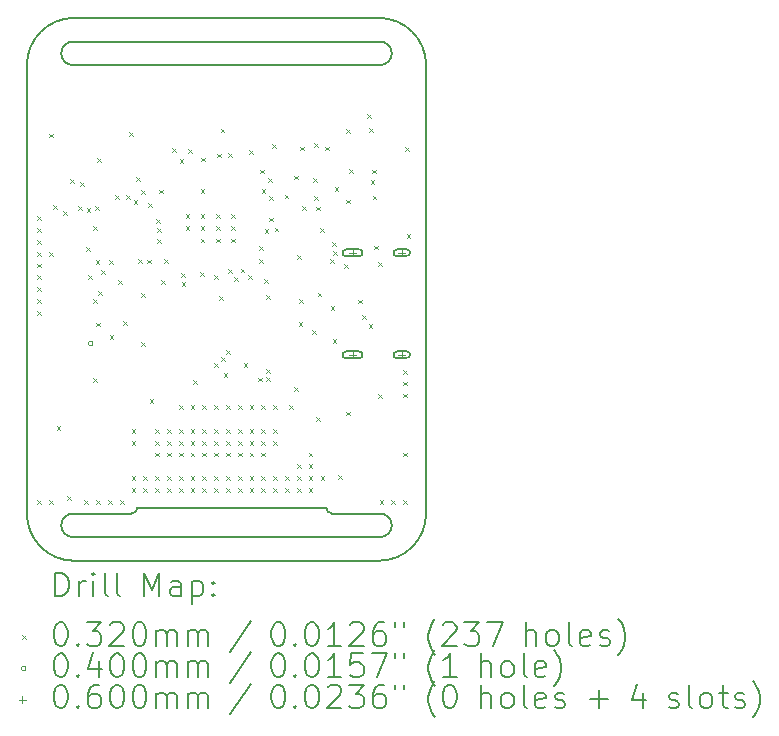
<source format=gbr>
%TF.GenerationSoftware,KiCad,Pcbnew,(7.0.0)*%
%TF.CreationDate,2023-09-20T22:00:41+02:00*%
%TF.ProjectId,Watchy,57617463-6879-42e6-9b69-6361645f7063,rev?*%
%TF.SameCoordinates,Original*%
%TF.FileFunction,Drillmap*%
%TF.FilePolarity,Positive*%
%FSLAX45Y45*%
G04 Gerber Fmt 4.5, Leading zero omitted, Abs format (unit mm)*
G04 Created by KiCad (PCBNEW (7.0.0)) date 2023-09-20 22:00:41*
%MOMM*%
%LPD*%
G01*
G04 APERTURE LIST*
%ADD10C,0.150000*%
%ADD11C,0.200000*%
%ADD12C,0.032000*%
%ADD13C,0.040000*%
%ADD14C,0.060000*%
G04 APERTURE END LIST*
D10*
X7160000Y-7315000D02*
G75*
G03*
X7260000Y-7415000I100000J0D01*
G01*
X7260000Y-11211000D02*
G75*
G03*
X7160000Y-11311000I0J-100000D01*
G01*
X9960000Y-11311000D02*
G75*
G03*
X9860000Y-11211000I-100000J0D01*
G01*
X9860000Y-7415000D02*
G75*
G03*
X9960000Y-7315000I0J100000D01*
G01*
X9860000Y-7415000D02*
X7260000Y-7415000D01*
X7260000Y-7215000D02*
X9860000Y-7215000D01*
X9850000Y-11611000D02*
G75*
G03*
X10250000Y-11211000I0J400000D01*
G01*
X6870000Y-11211000D02*
G75*
G03*
X7270000Y-11611000I400000J0D01*
G01*
X10250000Y-7415000D02*
G75*
G03*
X9850000Y-7015000I-400000J0D01*
G01*
X10250000Y-11211000D02*
X10250000Y-7415000D01*
X7755000Y-11211000D02*
G75*
G03*
X7805000Y-11161000I0J50000D01*
G01*
X9405000Y-11161000D02*
G75*
G03*
X9455000Y-11211000I50000J0D01*
G01*
X9860000Y-11211000D02*
X9455000Y-11211000D01*
X7805000Y-11161000D02*
X9405000Y-11161000D01*
X6870000Y-11211000D02*
X6870000Y-7415000D01*
X9850000Y-7015000D02*
X7270000Y-7015000D01*
X9860000Y-11411000D02*
G75*
G03*
X9960000Y-11311000I0J100000D01*
G01*
X9860000Y-11411000D02*
X7260000Y-11411000D01*
X7260000Y-11211000D02*
X7755000Y-11211000D01*
X7270000Y-11611000D02*
X9850000Y-11611000D01*
X7270000Y-7015000D02*
G75*
G03*
X6870000Y-7415000I0J-400000D01*
G01*
X9960000Y-7315000D02*
G75*
G03*
X9860000Y-7215000I-100000J0D01*
G01*
X7160000Y-11311000D02*
G75*
G03*
X7260000Y-11411000I100000J0D01*
G01*
X7260000Y-7215000D02*
G75*
G03*
X7160000Y-7315000I0J-100000D01*
G01*
D11*
D12*
X6956000Y-8695000D02*
X6988000Y-8727000D01*
X6988000Y-8695000D02*
X6956000Y-8727000D01*
X6956000Y-8795000D02*
X6988000Y-8827000D01*
X6988000Y-8795000D02*
X6956000Y-8827000D01*
X6956000Y-8895000D02*
X6988000Y-8927000D01*
X6988000Y-8895000D02*
X6956000Y-8927000D01*
X6956000Y-8995000D02*
X6988000Y-9027000D01*
X6988000Y-8995000D02*
X6956000Y-9027000D01*
X6956000Y-9095000D02*
X6988000Y-9127000D01*
X6988000Y-9095000D02*
X6956000Y-9127000D01*
X6956000Y-9195000D02*
X6988000Y-9227000D01*
X6988000Y-9195000D02*
X6956000Y-9227000D01*
X6956000Y-9295000D02*
X6988000Y-9327000D01*
X6988000Y-9295000D02*
X6956000Y-9327000D01*
X6956000Y-9395000D02*
X6988000Y-9427000D01*
X6988000Y-9395000D02*
X6956000Y-9427000D01*
X6956000Y-9495000D02*
X6988000Y-9527000D01*
X6988000Y-9495000D02*
X6956000Y-9527000D01*
X6956000Y-11095000D02*
X6988000Y-11127000D01*
X6988000Y-11095000D02*
X6956000Y-11127000D01*
X7056000Y-7995000D02*
X7088000Y-8027000D01*
X7088000Y-7995000D02*
X7056000Y-8027000D01*
X7056000Y-8995000D02*
X7088000Y-9027000D01*
X7088000Y-8995000D02*
X7056000Y-9027000D01*
X7056000Y-11095000D02*
X7088000Y-11127000D01*
X7088000Y-11095000D02*
X7056000Y-11127000D01*
X7093460Y-8597140D02*
X7125460Y-8629140D01*
X7125460Y-8597140D02*
X7093460Y-8629140D01*
X7120700Y-10471660D02*
X7152700Y-10503660D01*
X7152700Y-10471660D02*
X7120700Y-10503660D01*
X7174040Y-8653020D02*
X7206040Y-8685020D01*
X7206040Y-8653020D02*
X7174040Y-8685020D01*
X7212140Y-11066020D02*
X7244140Y-11098020D01*
X7244140Y-11066020D02*
X7212140Y-11098020D01*
X7235700Y-8378700D02*
X7267700Y-8410700D01*
X7267700Y-8378700D02*
X7235700Y-8410700D01*
X7301543Y-8607103D02*
X7333543Y-8639103D01*
X7333543Y-8607103D02*
X7301543Y-8639103D01*
X7321360Y-8404100D02*
X7353360Y-8436100D01*
X7353360Y-8404100D02*
X7321360Y-8436100D01*
X7356000Y-11095000D02*
X7388000Y-11127000D01*
X7388000Y-11095000D02*
X7356000Y-11127000D01*
X7372860Y-8957820D02*
X7404860Y-8989820D01*
X7404860Y-8957820D02*
X7372860Y-8989820D01*
X7374700Y-8625080D02*
X7406700Y-8657080D01*
X7406700Y-8625080D02*
X7374700Y-8657080D01*
X7388100Y-9191500D02*
X7420100Y-9223500D01*
X7420100Y-9191500D02*
X7388100Y-9223500D01*
X7428740Y-8774940D02*
X7460740Y-8806940D01*
X7460740Y-8774940D02*
X7428740Y-8806940D01*
X7430580Y-9394790D02*
X7462580Y-9426790D01*
X7462580Y-9394790D02*
X7430580Y-9426790D01*
X7433120Y-10067800D02*
X7465120Y-10099800D01*
X7465120Y-10067800D02*
X7433120Y-10099800D01*
X7448607Y-8611250D02*
X7480607Y-8643250D01*
X7480607Y-8611250D02*
X7448607Y-8643250D01*
X7451600Y-9064500D02*
X7483600Y-9096500D01*
X7483600Y-9064500D02*
X7451600Y-9096500D01*
X7456000Y-9595000D02*
X7488000Y-9627000D01*
X7488000Y-9595000D02*
X7456000Y-9627000D01*
X7456000Y-11095000D02*
X7488000Y-11127000D01*
X7488000Y-11095000D02*
X7456000Y-11127000D01*
X7463600Y-8203440D02*
X7495600Y-8235440D01*
X7495600Y-8203440D02*
X7463600Y-8235440D01*
X7471220Y-9326120D02*
X7503220Y-9358120D01*
X7503220Y-9326120D02*
X7471220Y-9358120D01*
X7496810Y-9148320D02*
X7528810Y-9180320D01*
X7528810Y-9148320D02*
X7496810Y-9180320D01*
X7556000Y-11095000D02*
X7588000Y-11127000D01*
X7588000Y-11095000D02*
X7556000Y-11127000D01*
X7563730Y-9065970D02*
X7595730Y-9097970D01*
X7595730Y-9065970D02*
X7563730Y-9097970D01*
X7570280Y-9699500D02*
X7602280Y-9731500D01*
X7602280Y-9699500D02*
X7570280Y-9731500D01*
X7616000Y-8513320D02*
X7648000Y-8545320D01*
X7648000Y-8513320D02*
X7616000Y-8545320D01*
X7644640Y-9232140D02*
X7676640Y-9264140D01*
X7676640Y-9232140D02*
X7644640Y-9264140D01*
X7656000Y-11095000D02*
X7688000Y-11127000D01*
X7688000Y-11095000D02*
X7656000Y-11127000D01*
X7684580Y-9582660D02*
X7716580Y-9614660D01*
X7716580Y-9582660D02*
X7684580Y-9614660D01*
X7707440Y-8518400D02*
X7739440Y-8550400D01*
X7739440Y-8518400D02*
X7707440Y-8550400D01*
X7738620Y-7979920D02*
X7770620Y-8011920D01*
X7770620Y-7979920D02*
X7738620Y-8011920D01*
X7756000Y-10495000D02*
X7788000Y-10527000D01*
X7788000Y-10495000D02*
X7756000Y-10527000D01*
X7756000Y-10595000D02*
X7788000Y-10627000D01*
X7788000Y-10595000D02*
X7756000Y-10627000D01*
X7756000Y-10895000D02*
X7788000Y-10927000D01*
X7788000Y-10895000D02*
X7756000Y-10927000D01*
X7756000Y-10995000D02*
X7788000Y-11027000D01*
X7788000Y-10995000D02*
X7756000Y-11027000D01*
X7773480Y-8559040D02*
X7805480Y-8591040D01*
X7805480Y-8559040D02*
X7773480Y-8591040D01*
X7793173Y-8361419D02*
X7825173Y-8393419D01*
X7825173Y-8361419D02*
X7793173Y-8393419D01*
X7810822Y-9058662D02*
X7842822Y-9090662D01*
X7842822Y-9058662D02*
X7810822Y-9090662D01*
X7834000Y-9344000D02*
X7866000Y-9376000D01*
X7866000Y-9344000D02*
X7834000Y-9376000D01*
X7834440Y-9760460D02*
X7866440Y-9792460D01*
X7866440Y-9760460D02*
X7834440Y-9792460D01*
X7839160Y-8469905D02*
X7871160Y-8501905D01*
X7871160Y-8469905D02*
X7839160Y-8501905D01*
X7856000Y-10895000D02*
X7888000Y-10927000D01*
X7888000Y-10895000D02*
X7856000Y-10927000D01*
X7856000Y-10995000D02*
X7888000Y-11027000D01*
X7888000Y-10995000D02*
X7856000Y-11027000D01*
X7885934Y-9062108D02*
X7917934Y-9094108D01*
X7917934Y-9062108D02*
X7885934Y-9094108D01*
X7893560Y-8581900D02*
X7925560Y-8613900D01*
X7925560Y-8581900D02*
X7893560Y-8613900D01*
X7908800Y-10240520D02*
X7940800Y-10272520D01*
X7940800Y-10240520D02*
X7908800Y-10272520D01*
X7956000Y-10495000D02*
X7988000Y-10527000D01*
X7988000Y-10495000D02*
X7956000Y-10527000D01*
X7956000Y-10595000D02*
X7988000Y-10627000D01*
X7988000Y-10595000D02*
X7956000Y-10627000D01*
X7956000Y-10695000D02*
X7988000Y-10727000D01*
X7988000Y-10695000D02*
X7956000Y-10727000D01*
X7956000Y-10895000D02*
X7988000Y-10927000D01*
X7988000Y-10895000D02*
X7956000Y-10927000D01*
X7956000Y-10995000D02*
X7988000Y-11027000D01*
X7988000Y-10995000D02*
X7956000Y-11027000D01*
X7967330Y-8718845D02*
X7999330Y-8750845D01*
X7999330Y-8718845D02*
X7967330Y-8750845D01*
X7972250Y-8889000D02*
X8004250Y-8921000D01*
X8004250Y-8889000D02*
X7972250Y-8921000D01*
X7972300Y-8797800D02*
X8004300Y-8829800D01*
X8004300Y-8797800D02*
X7972300Y-8829800D01*
X7987540Y-8468845D02*
X8019540Y-8500845D01*
X8019540Y-8468845D02*
X7987540Y-8500845D01*
X8005320Y-9234680D02*
X8037320Y-9266680D01*
X8037320Y-9234680D02*
X8005320Y-9266680D01*
X8030778Y-9058662D02*
X8062778Y-9090662D01*
X8062778Y-9058662D02*
X8030778Y-9090662D01*
X8056000Y-10495000D02*
X8088000Y-10527000D01*
X8088000Y-10495000D02*
X8056000Y-10527000D01*
X8056000Y-10595000D02*
X8088000Y-10627000D01*
X8088000Y-10595000D02*
X8056000Y-10627000D01*
X8056000Y-10695000D02*
X8088000Y-10727000D01*
X8088000Y-10695000D02*
X8056000Y-10727000D01*
X8056000Y-10895000D02*
X8088000Y-10927000D01*
X8088000Y-10895000D02*
X8056000Y-10927000D01*
X8056000Y-10995000D02*
X8088000Y-11027000D01*
X8088000Y-10995000D02*
X8056000Y-11027000D01*
X8101140Y-8114540D02*
X8133140Y-8146540D01*
X8133140Y-8114540D02*
X8101140Y-8146540D01*
X8156000Y-10295000D02*
X8188000Y-10327000D01*
X8188000Y-10295000D02*
X8156000Y-10327000D01*
X8156000Y-10495000D02*
X8188000Y-10527000D01*
X8188000Y-10495000D02*
X8156000Y-10527000D01*
X8156000Y-10595000D02*
X8188000Y-10627000D01*
X8188000Y-10595000D02*
X8156000Y-10627000D01*
X8156000Y-10695000D02*
X8188000Y-10727000D01*
X8188000Y-10695000D02*
X8156000Y-10727000D01*
X8156000Y-10895000D02*
X8188000Y-10927000D01*
X8188000Y-10895000D02*
X8156000Y-10927000D01*
X8156000Y-10995000D02*
X8188000Y-11027000D01*
X8188000Y-10995000D02*
X8156000Y-11027000D01*
X8162100Y-8208520D02*
X8194100Y-8240520D01*
X8194100Y-8208520D02*
X8162100Y-8240520D01*
X8172960Y-9174092D02*
X8204960Y-9206092D01*
X8204960Y-9174092D02*
X8172960Y-9206092D01*
X8179880Y-9249920D02*
X8211880Y-9281920D01*
X8211880Y-9249920D02*
X8179880Y-9281920D01*
X8213000Y-8674000D02*
X8245000Y-8706000D01*
X8245000Y-8674000D02*
X8213000Y-8706000D01*
X8213000Y-8779000D02*
X8245000Y-8811000D01*
X8245000Y-8779000D02*
X8213000Y-8811000D01*
X8232485Y-8124878D02*
X8264485Y-8156878D01*
X8264485Y-8124878D02*
X8232485Y-8156878D01*
X8256000Y-10295000D02*
X8288000Y-10327000D01*
X8288000Y-10295000D02*
X8256000Y-10327000D01*
X8256000Y-10495000D02*
X8288000Y-10527000D01*
X8288000Y-10495000D02*
X8256000Y-10527000D01*
X8256000Y-10595000D02*
X8288000Y-10627000D01*
X8288000Y-10595000D02*
X8256000Y-10627000D01*
X8256000Y-10695000D02*
X8288000Y-10727000D01*
X8288000Y-10695000D02*
X8256000Y-10727000D01*
X8256000Y-10895000D02*
X8288000Y-10927000D01*
X8288000Y-10895000D02*
X8256000Y-10927000D01*
X8256000Y-10995000D02*
X8288000Y-11027000D01*
X8288000Y-10995000D02*
X8256000Y-11027000D01*
X8274048Y-10078472D02*
X8306048Y-10110472D01*
X8306048Y-10078472D02*
X8274048Y-10110472D01*
X8334820Y-9168640D02*
X8366820Y-9200640D01*
X8366820Y-9168640D02*
X8334820Y-9200640D01*
X8339900Y-8465790D02*
X8371900Y-8497790D01*
X8371900Y-8465790D02*
X8339900Y-8497790D01*
X8341000Y-8674000D02*
X8373000Y-8706000D01*
X8373000Y-8674000D02*
X8341000Y-8706000D01*
X8341000Y-8779000D02*
X8373000Y-8811000D01*
X8373000Y-8779000D02*
X8341000Y-8811000D01*
X8341000Y-8884000D02*
X8373000Y-8916000D01*
X8373000Y-8884000D02*
X8341000Y-8916000D01*
X8343140Y-8198360D02*
X8375140Y-8230360D01*
X8375140Y-8198360D02*
X8343140Y-8230360D01*
X8356000Y-10295000D02*
X8388000Y-10327000D01*
X8388000Y-10295000D02*
X8356000Y-10327000D01*
X8356000Y-10495000D02*
X8388000Y-10527000D01*
X8388000Y-10495000D02*
X8356000Y-10527000D01*
X8356000Y-10595000D02*
X8388000Y-10627000D01*
X8388000Y-10595000D02*
X8356000Y-10627000D01*
X8356000Y-10695000D02*
X8388000Y-10727000D01*
X8388000Y-10695000D02*
X8356000Y-10727000D01*
X8356000Y-10895000D02*
X8388000Y-10927000D01*
X8388000Y-10895000D02*
X8356000Y-10927000D01*
X8356000Y-10995000D02*
X8388000Y-11027000D01*
X8388000Y-10995000D02*
X8356000Y-11027000D01*
X8455000Y-9193000D02*
X8487000Y-9225000D01*
X8487000Y-9193000D02*
X8455000Y-9225000D01*
X8456000Y-10295000D02*
X8488000Y-10327000D01*
X8488000Y-10295000D02*
X8456000Y-10327000D01*
X8456000Y-10495000D02*
X8488000Y-10527000D01*
X8488000Y-10495000D02*
X8456000Y-10527000D01*
X8456000Y-10595000D02*
X8488000Y-10627000D01*
X8488000Y-10595000D02*
X8456000Y-10627000D01*
X8456000Y-10695000D02*
X8488000Y-10727000D01*
X8488000Y-10695000D02*
X8456000Y-10727000D01*
X8456000Y-10895000D02*
X8488000Y-10927000D01*
X8488000Y-10895000D02*
X8456000Y-10927000D01*
X8456000Y-10995000D02*
X8488000Y-11027000D01*
X8488000Y-10995000D02*
X8456000Y-11027000D01*
X8456740Y-9940800D02*
X8488740Y-9972800D01*
X8488740Y-9940800D02*
X8456740Y-9972800D01*
X8469000Y-8674000D02*
X8501000Y-8706000D01*
X8501000Y-8674000D02*
X8469000Y-8706000D01*
X8469000Y-8779000D02*
X8501000Y-8811000D01*
X8501000Y-8779000D02*
X8469000Y-8811000D01*
X8469000Y-8884000D02*
X8501000Y-8916000D01*
X8501000Y-8884000D02*
X8469000Y-8916000D01*
X8478205Y-8164071D02*
X8510205Y-8196071D01*
X8510205Y-8164071D02*
X8478205Y-8196071D01*
X8495000Y-9370500D02*
X8527000Y-9402500D01*
X8527000Y-9370500D02*
X8495000Y-9402500D01*
X8510780Y-7951980D02*
X8542780Y-7983980D01*
X8542780Y-7951980D02*
X8510780Y-7983980D01*
X8512620Y-9884920D02*
X8544620Y-9916920D01*
X8544620Y-9884920D02*
X8512620Y-9916920D01*
X8536180Y-10019540D02*
X8568180Y-10051540D01*
X8568180Y-10019540D02*
X8536180Y-10051540D01*
X8556000Y-10295000D02*
X8588000Y-10327000D01*
X8588000Y-10295000D02*
X8556000Y-10327000D01*
X8556000Y-10495000D02*
X8588000Y-10527000D01*
X8588000Y-10495000D02*
X8556000Y-10527000D01*
X8556000Y-10595000D02*
X8588000Y-10627000D01*
X8588000Y-10595000D02*
X8556000Y-10627000D01*
X8556000Y-10695000D02*
X8588000Y-10727000D01*
X8588000Y-10695000D02*
X8556000Y-10727000D01*
X8556000Y-10895000D02*
X8588000Y-10927000D01*
X8588000Y-10895000D02*
X8556000Y-10927000D01*
X8556000Y-10995000D02*
X8588000Y-11027000D01*
X8588000Y-10995000D02*
X8556000Y-11027000D01*
X8559310Y-9824505D02*
X8591310Y-9856505D01*
X8591310Y-9824505D02*
X8559310Y-9856505D01*
X8571585Y-8159537D02*
X8603585Y-8191537D01*
X8603585Y-8159537D02*
X8571585Y-8191537D01*
X8574640Y-9140700D02*
X8606640Y-9172700D01*
X8606640Y-9140700D02*
X8574640Y-9172700D01*
X8597000Y-8674000D02*
X8629000Y-8706000D01*
X8629000Y-8674000D02*
X8597000Y-8706000D01*
X8597000Y-8779000D02*
X8629000Y-8811000D01*
X8629000Y-8779000D02*
X8597000Y-8811000D01*
X8597000Y-8884000D02*
X8629000Y-8916000D01*
X8629000Y-8884000D02*
X8597000Y-8916000D01*
X8627450Y-9206740D02*
X8659450Y-9238740D01*
X8659450Y-9206740D02*
X8627450Y-9238740D01*
X8656000Y-10295000D02*
X8688000Y-10327000D01*
X8688000Y-10295000D02*
X8656000Y-10327000D01*
X8656000Y-10495000D02*
X8688000Y-10527000D01*
X8688000Y-10495000D02*
X8656000Y-10527000D01*
X8656000Y-10595000D02*
X8688000Y-10627000D01*
X8688000Y-10595000D02*
X8656000Y-10627000D01*
X8656000Y-10695000D02*
X8688000Y-10727000D01*
X8688000Y-10695000D02*
X8656000Y-10727000D01*
X8656000Y-10895000D02*
X8688000Y-10927000D01*
X8688000Y-10895000D02*
X8656000Y-10927000D01*
X8656000Y-10995000D02*
X8688000Y-11027000D01*
X8688000Y-10995000D02*
X8656000Y-11027000D01*
X8680260Y-9138160D02*
X8712260Y-9170160D01*
X8712260Y-9138160D02*
X8680260Y-9170160D01*
X8705660Y-9940800D02*
X8737660Y-9972800D01*
X8737660Y-9940800D02*
X8705660Y-9972800D01*
X8741920Y-9194040D02*
X8773920Y-9226040D01*
X8773920Y-9194040D02*
X8741920Y-9226040D01*
X8754620Y-8134860D02*
X8786620Y-8166860D01*
X8786620Y-8134860D02*
X8754620Y-8166860D01*
X8756000Y-10295000D02*
X8788000Y-10327000D01*
X8788000Y-10295000D02*
X8756000Y-10327000D01*
X8756000Y-10495000D02*
X8788000Y-10527000D01*
X8788000Y-10495000D02*
X8756000Y-10527000D01*
X8756000Y-10595000D02*
X8788000Y-10627000D01*
X8788000Y-10595000D02*
X8756000Y-10627000D01*
X8756000Y-10695000D02*
X8788000Y-10727000D01*
X8788000Y-10695000D02*
X8756000Y-10727000D01*
X8756000Y-10895000D02*
X8788000Y-10927000D01*
X8788000Y-10895000D02*
X8756000Y-10927000D01*
X8756000Y-10995000D02*
X8788000Y-11027000D01*
X8788000Y-10995000D02*
X8756000Y-11027000D01*
X8825740Y-10060180D02*
X8857740Y-10092180D01*
X8857740Y-10060180D02*
X8825740Y-10092180D01*
X8837740Y-8950200D02*
X8869740Y-8982200D01*
X8869740Y-8950200D02*
X8837740Y-8982200D01*
X8837790Y-9059420D02*
X8869790Y-9091420D01*
X8869790Y-9059420D02*
X8837790Y-9091420D01*
X8846060Y-8298599D02*
X8878060Y-8330599D01*
X8878060Y-8298599D02*
X8846060Y-8330599D01*
X8856000Y-10295000D02*
X8888000Y-10327000D01*
X8888000Y-10295000D02*
X8856000Y-10327000D01*
X8856000Y-10495000D02*
X8888000Y-10527000D01*
X8888000Y-10495000D02*
X8856000Y-10527000D01*
X8856000Y-10595000D02*
X8888000Y-10627000D01*
X8888000Y-10595000D02*
X8856000Y-10627000D01*
X8856000Y-10695000D02*
X8888000Y-10727000D01*
X8888000Y-10695000D02*
X8856000Y-10727000D01*
X8856000Y-10895000D02*
X8888000Y-10927000D01*
X8888000Y-10895000D02*
X8856000Y-10927000D01*
X8856000Y-10995000D02*
X8888000Y-11027000D01*
X8888000Y-10995000D02*
X8856000Y-11027000D01*
X8856598Y-8463712D02*
X8888598Y-8495712D01*
X8888598Y-8463712D02*
X8856598Y-8495712D01*
X8880550Y-9223450D02*
X8912550Y-9255450D01*
X8912550Y-9223450D02*
X8880550Y-9255450D01*
X8882503Y-8800973D02*
X8914503Y-8832973D01*
X8914503Y-8800973D02*
X8882503Y-8832973D01*
X8894320Y-9364220D02*
X8926320Y-9396220D01*
X8926320Y-9364220D02*
X8894320Y-9396220D01*
X8894320Y-10057640D02*
X8926320Y-10089640D01*
X8926320Y-10057640D02*
X8894320Y-10089640D01*
X8896860Y-9986520D02*
X8928860Y-10018520D01*
X8928860Y-9986520D02*
X8896860Y-10018520D01*
X8912100Y-8368540D02*
X8944100Y-8400540D01*
X8944100Y-8368540D02*
X8912100Y-8400540D01*
X8919000Y-8706360D02*
X8951000Y-8738360D01*
X8951000Y-8706360D02*
X8919000Y-8738360D01*
X8919208Y-8521452D02*
X8951208Y-8553452D01*
X8951208Y-8521452D02*
X8919208Y-8553452D01*
X8947660Y-8081520D02*
X8979660Y-8113520D01*
X8979660Y-8081520D02*
X8947660Y-8113520D01*
X8956000Y-10295000D02*
X8988000Y-10327000D01*
X8988000Y-10295000D02*
X8956000Y-10327000D01*
X8956000Y-10495000D02*
X8988000Y-10527000D01*
X8988000Y-10495000D02*
X8956000Y-10527000D01*
X8956000Y-10595000D02*
X8988000Y-10627000D01*
X8988000Y-10595000D02*
X8956000Y-10627000D01*
X8956000Y-10895000D02*
X8988000Y-10927000D01*
X8988000Y-10895000D02*
X8956000Y-10927000D01*
X8956000Y-10995000D02*
X8988000Y-11027000D01*
X8988000Y-10995000D02*
X8956000Y-11027000D01*
X8967980Y-8790180D02*
X8999980Y-8822180D01*
X8999980Y-8790180D02*
X8967980Y-8822180D01*
X9051800Y-8510780D02*
X9083800Y-8542780D01*
X9083800Y-8510780D02*
X9051800Y-8542780D01*
X9056000Y-10895000D02*
X9088000Y-10927000D01*
X9088000Y-10895000D02*
X9056000Y-10927000D01*
X9056000Y-10995000D02*
X9088000Y-11027000D01*
X9088000Y-10995000D02*
X9056000Y-11027000D01*
X9091740Y-10296400D02*
X9123740Y-10328400D01*
X9123740Y-10296400D02*
X9091740Y-10328400D01*
X9129840Y-8350760D02*
X9161840Y-8382760D01*
X9161840Y-8350760D02*
X9129840Y-8382760D01*
X9135049Y-10137711D02*
X9167049Y-10169711D01*
X9167049Y-10137711D02*
X9135049Y-10169711D01*
X9156000Y-10795000D02*
X9188000Y-10827000D01*
X9188000Y-10795000D02*
X9156000Y-10827000D01*
X9156000Y-10895000D02*
X9188000Y-10927000D01*
X9188000Y-10895000D02*
X9156000Y-10927000D01*
X9156000Y-10995000D02*
X9188000Y-11027000D01*
X9188000Y-10995000D02*
X9156000Y-11027000D01*
X9156280Y-9022360D02*
X9188280Y-9054360D01*
X9188280Y-9022360D02*
X9156280Y-9054360D01*
X9171210Y-9590305D02*
X9203210Y-9622305D01*
X9203210Y-9590305D02*
X9171210Y-9622305D01*
X9173409Y-9393640D02*
X9205409Y-9425640D01*
X9205409Y-9393640D02*
X9173409Y-9425640D01*
X9184722Y-8104722D02*
X9216722Y-8136722D01*
X9216722Y-8104722D02*
X9184722Y-8136722D01*
X9198420Y-8607300D02*
X9230420Y-8639300D01*
X9230420Y-8607300D02*
X9198420Y-8639300D01*
X9256000Y-10695000D02*
X9288000Y-10727000D01*
X9288000Y-10695000D02*
X9256000Y-10727000D01*
X9256000Y-10795000D02*
X9288000Y-10827000D01*
X9288000Y-10795000D02*
X9256000Y-10827000D01*
X9256000Y-10895000D02*
X9288000Y-10927000D01*
X9288000Y-10895000D02*
X9256000Y-10927000D01*
X9256000Y-10995000D02*
X9288000Y-11027000D01*
X9288000Y-10995000D02*
X9256000Y-11027000D01*
X9282500Y-9661400D02*
X9314500Y-9693400D01*
X9314500Y-9661400D02*
X9282500Y-9693400D01*
X9295640Y-8373620D02*
X9327640Y-8405620D01*
X9327640Y-8373620D02*
X9295640Y-8405620D01*
X9302560Y-8076440D02*
X9334560Y-8108440D01*
X9334560Y-8076440D02*
X9302560Y-8108440D01*
X9303260Y-8520940D02*
X9335260Y-8552940D01*
X9335260Y-8520940D02*
X9303260Y-8552940D01*
X9317800Y-8612380D02*
X9349800Y-8644380D01*
X9349800Y-8612380D02*
X9317800Y-8644380D01*
X9321040Y-10398000D02*
X9353040Y-10430000D01*
X9353040Y-10398000D02*
X9321040Y-10430000D01*
X9331510Y-9340830D02*
X9363510Y-9372830D01*
X9363510Y-9340830D02*
X9331510Y-9372830D01*
X9351520Y-8795260D02*
X9383520Y-8827260D01*
X9383520Y-8795260D02*
X9351520Y-8827260D01*
X9356000Y-10895000D02*
X9388000Y-10927000D01*
X9388000Y-10895000D02*
X9356000Y-10927000D01*
X9398210Y-8104000D02*
X9430210Y-8136000D01*
X9430210Y-8104000D02*
X9398210Y-8136000D01*
X9437130Y-9055908D02*
X9469130Y-9087908D01*
X9469130Y-9055908D02*
X9437130Y-9087908D01*
X9442260Y-9453120D02*
X9474260Y-9485120D01*
X9474260Y-9453120D02*
X9442260Y-9485120D01*
X9453120Y-8912100D02*
X9485120Y-8944100D01*
X9485120Y-8912100D02*
X9453120Y-8944100D01*
X9458200Y-9737600D02*
X9490200Y-9769600D01*
X9490200Y-9737600D02*
X9458200Y-9769600D01*
X9465481Y-8986267D02*
X9497481Y-9018267D01*
X9497481Y-8986267D02*
X9465481Y-9018267D01*
X9475980Y-8449820D02*
X9507980Y-8481820D01*
X9507980Y-8449820D02*
X9475980Y-8481820D01*
X9505760Y-10885680D02*
X9537760Y-10917680D01*
X9537760Y-10885680D02*
X9505760Y-10917680D01*
X9553000Y-9100000D02*
X9585000Y-9132000D01*
X9585000Y-9100000D02*
X9553000Y-9132000D01*
X9569960Y-7954520D02*
X9601960Y-7986520D01*
X9601960Y-7954520D02*
X9569960Y-7986520D01*
X9569960Y-8553960D02*
X9601960Y-8585960D01*
X9601960Y-8553960D02*
X9569960Y-8585960D01*
X9572940Y-10349080D02*
X9604940Y-10381080D01*
X9604940Y-10349080D02*
X9572940Y-10381080D01*
X9595360Y-8294880D02*
X9627360Y-8326880D01*
X9627360Y-8294880D02*
X9595360Y-8326880D01*
X9673400Y-9399780D02*
X9705400Y-9431780D01*
X9705400Y-9399780D02*
X9673400Y-9431780D01*
X9709660Y-9531860D02*
X9741660Y-9563860D01*
X9741660Y-9531860D02*
X9709660Y-9563860D01*
X9747760Y-7827520D02*
X9779760Y-7859520D01*
X9779760Y-7827520D02*
X9747760Y-7859520D01*
X9763000Y-9605520D02*
X9795000Y-9637520D01*
X9795000Y-9605520D02*
X9763000Y-9637520D01*
X9765000Y-7951000D02*
X9797000Y-7983000D01*
X9797000Y-7951000D02*
X9765000Y-7983000D01*
X9780780Y-8386320D02*
X9812780Y-8418320D01*
X9812780Y-8386320D02*
X9780780Y-8418320D01*
X9793480Y-8299960D02*
X9825480Y-8331960D01*
X9825480Y-8299960D02*
X9793480Y-8331960D01*
X9797860Y-8518500D02*
X9829860Y-8550500D01*
X9829860Y-8518500D02*
X9797860Y-8550500D01*
X9811260Y-8942580D02*
X9843260Y-8974580D01*
X9843260Y-8942580D02*
X9811260Y-8974580D01*
X9846850Y-9079740D02*
X9878850Y-9111740D01*
X9878850Y-9079740D02*
X9846850Y-9111740D01*
X9846850Y-10197340D02*
X9878850Y-10229340D01*
X9878850Y-10197340D02*
X9846850Y-10229340D01*
X9856000Y-11095000D02*
X9888000Y-11127000D01*
X9888000Y-11095000D02*
X9856000Y-11127000D01*
X9956000Y-11095000D02*
X9988000Y-11127000D01*
X9988000Y-11095000D02*
X9956000Y-11127000D01*
X10056000Y-9995000D02*
X10088000Y-10027000D01*
X10088000Y-9995000D02*
X10056000Y-10027000D01*
X10056000Y-10095000D02*
X10088000Y-10127000D01*
X10088000Y-10095000D02*
X10056000Y-10127000D01*
X10056000Y-10195000D02*
X10088000Y-10227000D01*
X10088000Y-10195000D02*
X10056000Y-10227000D01*
X10056000Y-10695000D02*
X10088000Y-10727000D01*
X10088000Y-10695000D02*
X10056000Y-10727000D01*
X10056000Y-11095000D02*
X10088000Y-11127000D01*
X10088000Y-11095000D02*
X10056000Y-11127000D01*
X10074917Y-8109963D02*
X10106917Y-8141963D01*
X10106917Y-8109963D02*
X10074917Y-8141963D01*
X10084880Y-8843520D02*
X10116880Y-8875520D01*
X10116880Y-8843520D02*
X10084880Y-8875520D01*
D13*
X7430000Y-9770000D02*
G75*
G03*
X7430000Y-9770000I-20000J0D01*
G01*
D14*
X9627000Y-8974000D02*
X9627000Y-9034000D01*
X9597000Y-9004000D02*
X9657000Y-9004000D01*
D11*
X9682000Y-8974000D02*
X9572000Y-8974000D01*
X9572000Y-8974000D02*
G75*
G03*
X9572000Y-9034000I0J-30000D01*
G01*
X9572000Y-9034000D02*
X9682000Y-9034000D01*
X9682000Y-9034000D02*
G75*
G03*
X9682000Y-8974000I0J30000D01*
G01*
D14*
X9627000Y-9838000D02*
X9627000Y-9898000D01*
X9597000Y-9868000D02*
X9657000Y-9868000D01*
D11*
X9682000Y-9838000D02*
X9572000Y-9838000D01*
X9572000Y-9838000D02*
G75*
G03*
X9572000Y-9898000I0J-30000D01*
G01*
X9572000Y-9898000D02*
X9682000Y-9898000D01*
X9682000Y-9898000D02*
G75*
G03*
X9682000Y-9838000I0J30000D01*
G01*
D14*
X10044000Y-8974000D02*
X10044000Y-9034000D01*
X10014000Y-9004000D02*
X10074000Y-9004000D01*
D11*
X10084000Y-8974000D02*
X10004000Y-8974000D01*
X10004000Y-8974000D02*
G75*
G03*
X10004000Y-9034000I0J-30000D01*
G01*
X10004000Y-9034000D02*
X10084000Y-9034000D01*
X10084000Y-9034000D02*
G75*
G03*
X10084000Y-8974000I0J30000D01*
G01*
D14*
X10044000Y-9838000D02*
X10044000Y-9898000D01*
X10014000Y-9868000D02*
X10074000Y-9868000D01*
D11*
X10084000Y-9838000D02*
X10004000Y-9838000D01*
X10004000Y-9838000D02*
G75*
G03*
X10004000Y-9898000I0J-30000D01*
G01*
X10004000Y-9898000D02*
X10084000Y-9898000D01*
X10084000Y-9898000D02*
G75*
G03*
X10084000Y-9838000I0J30000D01*
G01*
X7110119Y-11911976D02*
X7110119Y-11711976D01*
X7110119Y-11711976D02*
X7157738Y-11711976D01*
X7157738Y-11711976D02*
X7186309Y-11721500D01*
X7186309Y-11721500D02*
X7205357Y-11740548D01*
X7205357Y-11740548D02*
X7214881Y-11759595D01*
X7214881Y-11759595D02*
X7224405Y-11797690D01*
X7224405Y-11797690D02*
X7224405Y-11826262D01*
X7224405Y-11826262D02*
X7214881Y-11864357D01*
X7214881Y-11864357D02*
X7205357Y-11883405D01*
X7205357Y-11883405D02*
X7186309Y-11902452D01*
X7186309Y-11902452D02*
X7157738Y-11911976D01*
X7157738Y-11911976D02*
X7110119Y-11911976D01*
X7310119Y-11911976D02*
X7310119Y-11778643D01*
X7310119Y-11816738D02*
X7319643Y-11797690D01*
X7319643Y-11797690D02*
X7329167Y-11788167D01*
X7329167Y-11788167D02*
X7348214Y-11778643D01*
X7348214Y-11778643D02*
X7367262Y-11778643D01*
X7433928Y-11911976D02*
X7433928Y-11778643D01*
X7433928Y-11711976D02*
X7424405Y-11721500D01*
X7424405Y-11721500D02*
X7433928Y-11731024D01*
X7433928Y-11731024D02*
X7443452Y-11721500D01*
X7443452Y-11721500D02*
X7433928Y-11711976D01*
X7433928Y-11711976D02*
X7433928Y-11731024D01*
X7557738Y-11911976D02*
X7538690Y-11902452D01*
X7538690Y-11902452D02*
X7529167Y-11883405D01*
X7529167Y-11883405D02*
X7529167Y-11711976D01*
X7662500Y-11911976D02*
X7643452Y-11902452D01*
X7643452Y-11902452D02*
X7633928Y-11883405D01*
X7633928Y-11883405D02*
X7633928Y-11711976D01*
X7858690Y-11911976D02*
X7858690Y-11711976D01*
X7858690Y-11711976D02*
X7925357Y-11854833D01*
X7925357Y-11854833D02*
X7992024Y-11711976D01*
X7992024Y-11711976D02*
X7992024Y-11911976D01*
X8172976Y-11911976D02*
X8172976Y-11807214D01*
X8172976Y-11807214D02*
X8163452Y-11788167D01*
X8163452Y-11788167D02*
X8144405Y-11778643D01*
X8144405Y-11778643D02*
X8106309Y-11778643D01*
X8106309Y-11778643D02*
X8087262Y-11788167D01*
X8172976Y-11902452D02*
X8153928Y-11911976D01*
X8153928Y-11911976D02*
X8106309Y-11911976D01*
X8106309Y-11911976D02*
X8087262Y-11902452D01*
X8087262Y-11902452D02*
X8077738Y-11883405D01*
X8077738Y-11883405D02*
X8077738Y-11864357D01*
X8077738Y-11864357D02*
X8087262Y-11845309D01*
X8087262Y-11845309D02*
X8106309Y-11835786D01*
X8106309Y-11835786D02*
X8153928Y-11835786D01*
X8153928Y-11835786D02*
X8172976Y-11826262D01*
X8268214Y-11778643D02*
X8268214Y-11978643D01*
X8268214Y-11788167D02*
X8287262Y-11778643D01*
X8287262Y-11778643D02*
X8325357Y-11778643D01*
X8325357Y-11778643D02*
X8344405Y-11788167D01*
X8344405Y-11788167D02*
X8353928Y-11797690D01*
X8353928Y-11797690D02*
X8363452Y-11816738D01*
X8363452Y-11816738D02*
X8363452Y-11873881D01*
X8363452Y-11873881D02*
X8353928Y-11892928D01*
X8353928Y-11892928D02*
X8344405Y-11902452D01*
X8344405Y-11902452D02*
X8325357Y-11911976D01*
X8325357Y-11911976D02*
X8287262Y-11911976D01*
X8287262Y-11911976D02*
X8268214Y-11902452D01*
X8449167Y-11892928D02*
X8458690Y-11902452D01*
X8458690Y-11902452D02*
X8449167Y-11911976D01*
X8449167Y-11911976D02*
X8439643Y-11902452D01*
X8439643Y-11902452D02*
X8449167Y-11892928D01*
X8449167Y-11892928D02*
X8449167Y-11911976D01*
X8449167Y-11788167D02*
X8458690Y-11797690D01*
X8458690Y-11797690D02*
X8449167Y-11807214D01*
X8449167Y-11807214D02*
X8439643Y-11797690D01*
X8439643Y-11797690D02*
X8449167Y-11788167D01*
X8449167Y-11788167D02*
X8449167Y-11807214D01*
D12*
X6830500Y-12242500D02*
X6862500Y-12274500D01*
X6862500Y-12242500D02*
X6830500Y-12274500D01*
D11*
X7148214Y-12131976D02*
X7167262Y-12131976D01*
X7167262Y-12131976D02*
X7186309Y-12141500D01*
X7186309Y-12141500D02*
X7195833Y-12151024D01*
X7195833Y-12151024D02*
X7205357Y-12170071D01*
X7205357Y-12170071D02*
X7214881Y-12208167D01*
X7214881Y-12208167D02*
X7214881Y-12255786D01*
X7214881Y-12255786D02*
X7205357Y-12293881D01*
X7205357Y-12293881D02*
X7195833Y-12312928D01*
X7195833Y-12312928D02*
X7186309Y-12322452D01*
X7186309Y-12322452D02*
X7167262Y-12331976D01*
X7167262Y-12331976D02*
X7148214Y-12331976D01*
X7148214Y-12331976D02*
X7129167Y-12322452D01*
X7129167Y-12322452D02*
X7119643Y-12312928D01*
X7119643Y-12312928D02*
X7110119Y-12293881D01*
X7110119Y-12293881D02*
X7100595Y-12255786D01*
X7100595Y-12255786D02*
X7100595Y-12208167D01*
X7100595Y-12208167D02*
X7110119Y-12170071D01*
X7110119Y-12170071D02*
X7119643Y-12151024D01*
X7119643Y-12151024D02*
X7129167Y-12141500D01*
X7129167Y-12141500D02*
X7148214Y-12131976D01*
X7300595Y-12312928D02*
X7310119Y-12322452D01*
X7310119Y-12322452D02*
X7300595Y-12331976D01*
X7300595Y-12331976D02*
X7291071Y-12322452D01*
X7291071Y-12322452D02*
X7300595Y-12312928D01*
X7300595Y-12312928D02*
X7300595Y-12331976D01*
X7376786Y-12131976D02*
X7500595Y-12131976D01*
X7500595Y-12131976D02*
X7433928Y-12208167D01*
X7433928Y-12208167D02*
X7462500Y-12208167D01*
X7462500Y-12208167D02*
X7481548Y-12217690D01*
X7481548Y-12217690D02*
X7491071Y-12227214D01*
X7491071Y-12227214D02*
X7500595Y-12246262D01*
X7500595Y-12246262D02*
X7500595Y-12293881D01*
X7500595Y-12293881D02*
X7491071Y-12312928D01*
X7491071Y-12312928D02*
X7481548Y-12322452D01*
X7481548Y-12322452D02*
X7462500Y-12331976D01*
X7462500Y-12331976D02*
X7405357Y-12331976D01*
X7405357Y-12331976D02*
X7386309Y-12322452D01*
X7386309Y-12322452D02*
X7376786Y-12312928D01*
X7576786Y-12151024D02*
X7586309Y-12141500D01*
X7586309Y-12141500D02*
X7605357Y-12131976D01*
X7605357Y-12131976D02*
X7652976Y-12131976D01*
X7652976Y-12131976D02*
X7672024Y-12141500D01*
X7672024Y-12141500D02*
X7681548Y-12151024D01*
X7681548Y-12151024D02*
X7691071Y-12170071D01*
X7691071Y-12170071D02*
X7691071Y-12189119D01*
X7691071Y-12189119D02*
X7681548Y-12217690D01*
X7681548Y-12217690D02*
X7567262Y-12331976D01*
X7567262Y-12331976D02*
X7691071Y-12331976D01*
X7814881Y-12131976D02*
X7833929Y-12131976D01*
X7833929Y-12131976D02*
X7852976Y-12141500D01*
X7852976Y-12141500D02*
X7862500Y-12151024D01*
X7862500Y-12151024D02*
X7872024Y-12170071D01*
X7872024Y-12170071D02*
X7881548Y-12208167D01*
X7881548Y-12208167D02*
X7881548Y-12255786D01*
X7881548Y-12255786D02*
X7872024Y-12293881D01*
X7872024Y-12293881D02*
X7862500Y-12312928D01*
X7862500Y-12312928D02*
X7852976Y-12322452D01*
X7852976Y-12322452D02*
X7833929Y-12331976D01*
X7833929Y-12331976D02*
X7814881Y-12331976D01*
X7814881Y-12331976D02*
X7795833Y-12322452D01*
X7795833Y-12322452D02*
X7786309Y-12312928D01*
X7786309Y-12312928D02*
X7776786Y-12293881D01*
X7776786Y-12293881D02*
X7767262Y-12255786D01*
X7767262Y-12255786D02*
X7767262Y-12208167D01*
X7767262Y-12208167D02*
X7776786Y-12170071D01*
X7776786Y-12170071D02*
X7786309Y-12151024D01*
X7786309Y-12151024D02*
X7795833Y-12141500D01*
X7795833Y-12141500D02*
X7814881Y-12131976D01*
X7967262Y-12331976D02*
X7967262Y-12198643D01*
X7967262Y-12217690D02*
X7976786Y-12208167D01*
X7976786Y-12208167D02*
X7995833Y-12198643D01*
X7995833Y-12198643D02*
X8024405Y-12198643D01*
X8024405Y-12198643D02*
X8043452Y-12208167D01*
X8043452Y-12208167D02*
X8052976Y-12227214D01*
X8052976Y-12227214D02*
X8052976Y-12331976D01*
X8052976Y-12227214D02*
X8062500Y-12208167D01*
X8062500Y-12208167D02*
X8081548Y-12198643D01*
X8081548Y-12198643D02*
X8110119Y-12198643D01*
X8110119Y-12198643D02*
X8129167Y-12208167D01*
X8129167Y-12208167D02*
X8138690Y-12227214D01*
X8138690Y-12227214D02*
X8138690Y-12331976D01*
X8233929Y-12331976D02*
X8233929Y-12198643D01*
X8233929Y-12217690D02*
X8243452Y-12208167D01*
X8243452Y-12208167D02*
X8262500Y-12198643D01*
X8262500Y-12198643D02*
X8291071Y-12198643D01*
X8291071Y-12198643D02*
X8310119Y-12208167D01*
X8310119Y-12208167D02*
X8319643Y-12227214D01*
X8319643Y-12227214D02*
X8319643Y-12331976D01*
X8319643Y-12227214D02*
X8329167Y-12208167D01*
X8329167Y-12208167D02*
X8348214Y-12198643D01*
X8348214Y-12198643D02*
X8376786Y-12198643D01*
X8376786Y-12198643D02*
X8395833Y-12208167D01*
X8395833Y-12208167D02*
X8405357Y-12227214D01*
X8405357Y-12227214D02*
X8405357Y-12331976D01*
X8763452Y-12122452D02*
X8592024Y-12379595D01*
X8988214Y-12131976D02*
X9007262Y-12131976D01*
X9007262Y-12131976D02*
X9026310Y-12141500D01*
X9026310Y-12141500D02*
X9035833Y-12151024D01*
X9035833Y-12151024D02*
X9045357Y-12170071D01*
X9045357Y-12170071D02*
X9054881Y-12208167D01*
X9054881Y-12208167D02*
X9054881Y-12255786D01*
X9054881Y-12255786D02*
X9045357Y-12293881D01*
X9045357Y-12293881D02*
X9035833Y-12312928D01*
X9035833Y-12312928D02*
X9026310Y-12322452D01*
X9026310Y-12322452D02*
X9007262Y-12331976D01*
X9007262Y-12331976D02*
X8988214Y-12331976D01*
X8988214Y-12331976D02*
X8969167Y-12322452D01*
X8969167Y-12322452D02*
X8959643Y-12312928D01*
X8959643Y-12312928D02*
X8950119Y-12293881D01*
X8950119Y-12293881D02*
X8940595Y-12255786D01*
X8940595Y-12255786D02*
X8940595Y-12208167D01*
X8940595Y-12208167D02*
X8950119Y-12170071D01*
X8950119Y-12170071D02*
X8959643Y-12151024D01*
X8959643Y-12151024D02*
X8969167Y-12141500D01*
X8969167Y-12141500D02*
X8988214Y-12131976D01*
X9140595Y-12312928D02*
X9150119Y-12322452D01*
X9150119Y-12322452D02*
X9140595Y-12331976D01*
X9140595Y-12331976D02*
X9131072Y-12322452D01*
X9131072Y-12322452D02*
X9140595Y-12312928D01*
X9140595Y-12312928D02*
X9140595Y-12331976D01*
X9273929Y-12131976D02*
X9292976Y-12131976D01*
X9292976Y-12131976D02*
X9312024Y-12141500D01*
X9312024Y-12141500D02*
X9321548Y-12151024D01*
X9321548Y-12151024D02*
X9331072Y-12170071D01*
X9331072Y-12170071D02*
X9340595Y-12208167D01*
X9340595Y-12208167D02*
X9340595Y-12255786D01*
X9340595Y-12255786D02*
X9331072Y-12293881D01*
X9331072Y-12293881D02*
X9321548Y-12312928D01*
X9321548Y-12312928D02*
X9312024Y-12322452D01*
X9312024Y-12322452D02*
X9292976Y-12331976D01*
X9292976Y-12331976D02*
X9273929Y-12331976D01*
X9273929Y-12331976D02*
X9254881Y-12322452D01*
X9254881Y-12322452D02*
X9245357Y-12312928D01*
X9245357Y-12312928D02*
X9235833Y-12293881D01*
X9235833Y-12293881D02*
X9226310Y-12255786D01*
X9226310Y-12255786D02*
X9226310Y-12208167D01*
X9226310Y-12208167D02*
X9235833Y-12170071D01*
X9235833Y-12170071D02*
X9245357Y-12151024D01*
X9245357Y-12151024D02*
X9254881Y-12141500D01*
X9254881Y-12141500D02*
X9273929Y-12131976D01*
X9531072Y-12331976D02*
X9416786Y-12331976D01*
X9473929Y-12331976D02*
X9473929Y-12131976D01*
X9473929Y-12131976D02*
X9454881Y-12160548D01*
X9454881Y-12160548D02*
X9435833Y-12179595D01*
X9435833Y-12179595D02*
X9416786Y-12189119D01*
X9607262Y-12151024D02*
X9616786Y-12141500D01*
X9616786Y-12141500D02*
X9635833Y-12131976D01*
X9635833Y-12131976D02*
X9683453Y-12131976D01*
X9683453Y-12131976D02*
X9702500Y-12141500D01*
X9702500Y-12141500D02*
X9712024Y-12151024D01*
X9712024Y-12151024D02*
X9721548Y-12170071D01*
X9721548Y-12170071D02*
X9721548Y-12189119D01*
X9721548Y-12189119D02*
X9712024Y-12217690D01*
X9712024Y-12217690D02*
X9597738Y-12331976D01*
X9597738Y-12331976D02*
X9721548Y-12331976D01*
X9892976Y-12131976D02*
X9854881Y-12131976D01*
X9854881Y-12131976D02*
X9835833Y-12141500D01*
X9835833Y-12141500D02*
X9826310Y-12151024D01*
X9826310Y-12151024D02*
X9807262Y-12179595D01*
X9807262Y-12179595D02*
X9797738Y-12217690D01*
X9797738Y-12217690D02*
X9797738Y-12293881D01*
X9797738Y-12293881D02*
X9807262Y-12312928D01*
X9807262Y-12312928D02*
X9816786Y-12322452D01*
X9816786Y-12322452D02*
X9835833Y-12331976D01*
X9835833Y-12331976D02*
X9873929Y-12331976D01*
X9873929Y-12331976D02*
X9892976Y-12322452D01*
X9892976Y-12322452D02*
X9902500Y-12312928D01*
X9902500Y-12312928D02*
X9912024Y-12293881D01*
X9912024Y-12293881D02*
X9912024Y-12246262D01*
X9912024Y-12246262D02*
X9902500Y-12227214D01*
X9902500Y-12227214D02*
X9892976Y-12217690D01*
X9892976Y-12217690D02*
X9873929Y-12208167D01*
X9873929Y-12208167D02*
X9835833Y-12208167D01*
X9835833Y-12208167D02*
X9816786Y-12217690D01*
X9816786Y-12217690D02*
X9807262Y-12227214D01*
X9807262Y-12227214D02*
X9797738Y-12246262D01*
X9988214Y-12131976D02*
X9988214Y-12170071D01*
X10064405Y-12131976D02*
X10064405Y-12170071D01*
X10327262Y-12408167D02*
X10317738Y-12398643D01*
X10317738Y-12398643D02*
X10298691Y-12370071D01*
X10298691Y-12370071D02*
X10289167Y-12351024D01*
X10289167Y-12351024D02*
X10279643Y-12322452D01*
X10279643Y-12322452D02*
X10270119Y-12274833D01*
X10270119Y-12274833D02*
X10270119Y-12236738D01*
X10270119Y-12236738D02*
X10279643Y-12189119D01*
X10279643Y-12189119D02*
X10289167Y-12160548D01*
X10289167Y-12160548D02*
X10298691Y-12141500D01*
X10298691Y-12141500D02*
X10317738Y-12112928D01*
X10317738Y-12112928D02*
X10327262Y-12103405D01*
X10393929Y-12151024D02*
X10403453Y-12141500D01*
X10403453Y-12141500D02*
X10422500Y-12131976D01*
X10422500Y-12131976D02*
X10470119Y-12131976D01*
X10470119Y-12131976D02*
X10489167Y-12141500D01*
X10489167Y-12141500D02*
X10498691Y-12151024D01*
X10498691Y-12151024D02*
X10508214Y-12170071D01*
X10508214Y-12170071D02*
X10508214Y-12189119D01*
X10508214Y-12189119D02*
X10498691Y-12217690D01*
X10498691Y-12217690D02*
X10384405Y-12331976D01*
X10384405Y-12331976D02*
X10508214Y-12331976D01*
X10574881Y-12131976D02*
X10698691Y-12131976D01*
X10698691Y-12131976D02*
X10632024Y-12208167D01*
X10632024Y-12208167D02*
X10660595Y-12208167D01*
X10660595Y-12208167D02*
X10679643Y-12217690D01*
X10679643Y-12217690D02*
X10689167Y-12227214D01*
X10689167Y-12227214D02*
X10698691Y-12246262D01*
X10698691Y-12246262D02*
X10698691Y-12293881D01*
X10698691Y-12293881D02*
X10689167Y-12312928D01*
X10689167Y-12312928D02*
X10679643Y-12322452D01*
X10679643Y-12322452D02*
X10660595Y-12331976D01*
X10660595Y-12331976D02*
X10603453Y-12331976D01*
X10603453Y-12331976D02*
X10584405Y-12322452D01*
X10584405Y-12322452D02*
X10574881Y-12312928D01*
X10765357Y-12131976D02*
X10898691Y-12131976D01*
X10898691Y-12131976D02*
X10812976Y-12331976D01*
X11094881Y-12331976D02*
X11094881Y-12131976D01*
X11180595Y-12331976D02*
X11180595Y-12227214D01*
X11180595Y-12227214D02*
X11171072Y-12208167D01*
X11171072Y-12208167D02*
X11152024Y-12198643D01*
X11152024Y-12198643D02*
X11123453Y-12198643D01*
X11123453Y-12198643D02*
X11104405Y-12208167D01*
X11104405Y-12208167D02*
X11094881Y-12217690D01*
X11304405Y-12331976D02*
X11285357Y-12322452D01*
X11285357Y-12322452D02*
X11275833Y-12312928D01*
X11275833Y-12312928D02*
X11266310Y-12293881D01*
X11266310Y-12293881D02*
X11266310Y-12236738D01*
X11266310Y-12236738D02*
X11275833Y-12217690D01*
X11275833Y-12217690D02*
X11285357Y-12208167D01*
X11285357Y-12208167D02*
X11304405Y-12198643D01*
X11304405Y-12198643D02*
X11332976Y-12198643D01*
X11332976Y-12198643D02*
X11352024Y-12208167D01*
X11352024Y-12208167D02*
X11361548Y-12217690D01*
X11361548Y-12217690D02*
X11371072Y-12236738D01*
X11371072Y-12236738D02*
X11371072Y-12293881D01*
X11371072Y-12293881D02*
X11361548Y-12312928D01*
X11361548Y-12312928D02*
X11352024Y-12322452D01*
X11352024Y-12322452D02*
X11332976Y-12331976D01*
X11332976Y-12331976D02*
X11304405Y-12331976D01*
X11485357Y-12331976D02*
X11466310Y-12322452D01*
X11466310Y-12322452D02*
X11456786Y-12303405D01*
X11456786Y-12303405D02*
X11456786Y-12131976D01*
X11637738Y-12322452D02*
X11618691Y-12331976D01*
X11618691Y-12331976D02*
X11580595Y-12331976D01*
X11580595Y-12331976D02*
X11561548Y-12322452D01*
X11561548Y-12322452D02*
X11552024Y-12303405D01*
X11552024Y-12303405D02*
X11552024Y-12227214D01*
X11552024Y-12227214D02*
X11561548Y-12208167D01*
X11561548Y-12208167D02*
X11580595Y-12198643D01*
X11580595Y-12198643D02*
X11618691Y-12198643D01*
X11618691Y-12198643D02*
X11637738Y-12208167D01*
X11637738Y-12208167D02*
X11647262Y-12227214D01*
X11647262Y-12227214D02*
X11647262Y-12246262D01*
X11647262Y-12246262D02*
X11552024Y-12265309D01*
X11723453Y-12322452D02*
X11742500Y-12331976D01*
X11742500Y-12331976D02*
X11780595Y-12331976D01*
X11780595Y-12331976D02*
X11799643Y-12322452D01*
X11799643Y-12322452D02*
X11809167Y-12303405D01*
X11809167Y-12303405D02*
X11809167Y-12293881D01*
X11809167Y-12293881D02*
X11799643Y-12274833D01*
X11799643Y-12274833D02*
X11780595Y-12265309D01*
X11780595Y-12265309D02*
X11752024Y-12265309D01*
X11752024Y-12265309D02*
X11732976Y-12255786D01*
X11732976Y-12255786D02*
X11723453Y-12236738D01*
X11723453Y-12236738D02*
X11723453Y-12227214D01*
X11723453Y-12227214D02*
X11732976Y-12208167D01*
X11732976Y-12208167D02*
X11752024Y-12198643D01*
X11752024Y-12198643D02*
X11780595Y-12198643D01*
X11780595Y-12198643D02*
X11799643Y-12208167D01*
X11875834Y-12408167D02*
X11885357Y-12398643D01*
X11885357Y-12398643D02*
X11904405Y-12370071D01*
X11904405Y-12370071D02*
X11913929Y-12351024D01*
X11913929Y-12351024D02*
X11923453Y-12322452D01*
X11923453Y-12322452D02*
X11932976Y-12274833D01*
X11932976Y-12274833D02*
X11932976Y-12236738D01*
X11932976Y-12236738D02*
X11923453Y-12189119D01*
X11923453Y-12189119D02*
X11913929Y-12160548D01*
X11913929Y-12160548D02*
X11904405Y-12141500D01*
X11904405Y-12141500D02*
X11885357Y-12112928D01*
X11885357Y-12112928D02*
X11875834Y-12103405D01*
D13*
X6862500Y-12522500D02*
G75*
G03*
X6862500Y-12522500I-20000J0D01*
G01*
D11*
X7148214Y-12395976D02*
X7167262Y-12395976D01*
X7167262Y-12395976D02*
X7186309Y-12405500D01*
X7186309Y-12405500D02*
X7195833Y-12415024D01*
X7195833Y-12415024D02*
X7205357Y-12434071D01*
X7205357Y-12434071D02*
X7214881Y-12472167D01*
X7214881Y-12472167D02*
X7214881Y-12519786D01*
X7214881Y-12519786D02*
X7205357Y-12557881D01*
X7205357Y-12557881D02*
X7195833Y-12576928D01*
X7195833Y-12576928D02*
X7186309Y-12586452D01*
X7186309Y-12586452D02*
X7167262Y-12595976D01*
X7167262Y-12595976D02*
X7148214Y-12595976D01*
X7148214Y-12595976D02*
X7129167Y-12586452D01*
X7129167Y-12586452D02*
X7119643Y-12576928D01*
X7119643Y-12576928D02*
X7110119Y-12557881D01*
X7110119Y-12557881D02*
X7100595Y-12519786D01*
X7100595Y-12519786D02*
X7100595Y-12472167D01*
X7100595Y-12472167D02*
X7110119Y-12434071D01*
X7110119Y-12434071D02*
X7119643Y-12415024D01*
X7119643Y-12415024D02*
X7129167Y-12405500D01*
X7129167Y-12405500D02*
X7148214Y-12395976D01*
X7300595Y-12576928D02*
X7310119Y-12586452D01*
X7310119Y-12586452D02*
X7300595Y-12595976D01*
X7300595Y-12595976D02*
X7291071Y-12586452D01*
X7291071Y-12586452D02*
X7300595Y-12576928D01*
X7300595Y-12576928D02*
X7300595Y-12595976D01*
X7481548Y-12462643D02*
X7481548Y-12595976D01*
X7433928Y-12386452D02*
X7386309Y-12529309D01*
X7386309Y-12529309D02*
X7510119Y-12529309D01*
X7624405Y-12395976D02*
X7643452Y-12395976D01*
X7643452Y-12395976D02*
X7662500Y-12405500D01*
X7662500Y-12405500D02*
X7672024Y-12415024D01*
X7672024Y-12415024D02*
X7681548Y-12434071D01*
X7681548Y-12434071D02*
X7691071Y-12472167D01*
X7691071Y-12472167D02*
X7691071Y-12519786D01*
X7691071Y-12519786D02*
X7681548Y-12557881D01*
X7681548Y-12557881D02*
X7672024Y-12576928D01*
X7672024Y-12576928D02*
X7662500Y-12586452D01*
X7662500Y-12586452D02*
X7643452Y-12595976D01*
X7643452Y-12595976D02*
X7624405Y-12595976D01*
X7624405Y-12595976D02*
X7605357Y-12586452D01*
X7605357Y-12586452D02*
X7595833Y-12576928D01*
X7595833Y-12576928D02*
X7586309Y-12557881D01*
X7586309Y-12557881D02*
X7576786Y-12519786D01*
X7576786Y-12519786D02*
X7576786Y-12472167D01*
X7576786Y-12472167D02*
X7586309Y-12434071D01*
X7586309Y-12434071D02*
X7595833Y-12415024D01*
X7595833Y-12415024D02*
X7605357Y-12405500D01*
X7605357Y-12405500D02*
X7624405Y-12395976D01*
X7814881Y-12395976D02*
X7833929Y-12395976D01*
X7833929Y-12395976D02*
X7852976Y-12405500D01*
X7852976Y-12405500D02*
X7862500Y-12415024D01*
X7862500Y-12415024D02*
X7872024Y-12434071D01*
X7872024Y-12434071D02*
X7881548Y-12472167D01*
X7881548Y-12472167D02*
X7881548Y-12519786D01*
X7881548Y-12519786D02*
X7872024Y-12557881D01*
X7872024Y-12557881D02*
X7862500Y-12576928D01*
X7862500Y-12576928D02*
X7852976Y-12586452D01*
X7852976Y-12586452D02*
X7833929Y-12595976D01*
X7833929Y-12595976D02*
X7814881Y-12595976D01*
X7814881Y-12595976D02*
X7795833Y-12586452D01*
X7795833Y-12586452D02*
X7786309Y-12576928D01*
X7786309Y-12576928D02*
X7776786Y-12557881D01*
X7776786Y-12557881D02*
X7767262Y-12519786D01*
X7767262Y-12519786D02*
X7767262Y-12472167D01*
X7767262Y-12472167D02*
X7776786Y-12434071D01*
X7776786Y-12434071D02*
X7786309Y-12415024D01*
X7786309Y-12415024D02*
X7795833Y-12405500D01*
X7795833Y-12405500D02*
X7814881Y-12395976D01*
X7967262Y-12595976D02*
X7967262Y-12462643D01*
X7967262Y-12481690D02*
X7976786Y-12472167D01*
X7976786Y-12472167D02*
X7995833Y-12462643D01*
X7995833Y-12462643D02*
X8024405Y-12462643D01*
X8024405Y-12462643D02*
X8043452Y-12472167D01*
X8043452Y-12472167D02*
X8052976Y-12491214D01*
X8052976Y-12491214D02*
X8052976Y-12595976D01*
X8052976Y-12491214D02*
X8062500Y-12472167D01*
X8062500Y-12472167D02*
X8081548Y-12462643D01*
X8081548Y-12462643D02*
X8110119Y-12462643D01*
X8110119Y-12462643D02*
X8129167Y-12472167D01*
X8129167Y-12472167D02*
X8138690Y-12491214D01*
X8138690Y-12491214D02*
X8138690Y-12595976D01*
X8233929Y-12595976D02*
X8233929Y-12462643D01*
X8233929Y-12481690D02*
X8243452Y-12472167D01*
X8243452Y-12472167D02*
X8262500Y-12462643D01*
X8262500Y-12462643D02*
X8291071Y-12462643D01*
X8291071Y-12462643D02*
X8310119Y-12472167D01*
X8310119Y-12472167D02*
X8319643Y-12491214D01*
X8319643Y-12491214D02*
X8319643Y-12595976D01*
X8319643Y-12491214D02*
X8329167Y-12472167D01*
X8329167Y-12472167D02*
X8348214Y-12462643D01*
X8348214Y-12462643D02*
X8376786Y-12462643D01*
X8376786Y-12462643D02*
X8395833Y-12472167D01*
X8395833Y-12472167D02*
X8405357Y-12491214D01*
X8405357Y-12491214D02*
X8405357Y-12595976D01*
X8763452Y-12386452D02*
X8592024Y-12643595D01*
X8988214Y-12395976D02*
X9007262Y-12395976D01*
X9007262Y-12395976D02*
X9026310Y-12405500D01*
X9026310Y-12405500D02*
X9035833Y-12415024D01*
X9035833Y-12415024D02*
X9045357Y-12434071D01*
X9045357Y-12434071D02*
X9054881Y-12472167D01*
X9054881Y-12472167D02*
X9054881Y-12519786D01*
X9054881Y-12519786D02*
X9045357Y-12557881D01*
X9045357Y-12557881D02*
X9035833Y-12576928D01*
X9035833Y-12576928D02*
X9026310Y-12586452D01*
X9026310Y-12586452D02*
X9007262Y-12595976D01*
X9007262Y-12595976D02*
X8988214Y-12595976D01*
X8988214Y-12595976D02*
X8969167Y-12586452D01*
X8969167Y-12586452D02*
X8959643Y-12576928D01*
X8959643Y-12576928D02*
X8950119Y-12557881D01*
X8950119Y-12557881D02*
X8940595Y-12519786D01*
X8940595Y-12519786D02*
X8940595Y-12472167D01*
X8940595Y-12472167D02*
X8950119Y-12434071D01*
X8950119Y-12434071D02*
X8959643Y-12415024D01*
X8959643Y-12415024D02*
X8969167Y-12405500D01*
X8969167Y-12405500D02*
X8988214Y-12395976D01*
X9140595Y-12576928D02*
X9150119Y-12586452D01*
X9150119Y-12586452D02*
X9140595Y-12595976D01*
X9140595Y-12595976D02*
X9131072Y-12586452D01*
X9131072Y-12586452D02*
X9140595Y-12576928D01*
X9140595Y-12576928D02*
X9140595Y-12595976D01*
X9273929Y-12395976D02*
X9292976Y-12395976D01*
X9292976Y-12395976D02*
X9312024Y-12405500D01*
X9312024Y-12405500D02*
X9321548Y-12415024D01*
X9321548Y-12415024D02*
X9331072Y-12434071D01*
X9331072Y-12434071D02*
X9340595Y-12472167D01*
X9340595Y-12472167D02*
X9340595Y-12519786D01*
X9340595Y-12519786D02*
X9331072Y-12557881D01*
X9331072Y-12557881D02*
X9321548Y-12576928D01*
X9321548Y-12576928D02*
X9312024Y-12586452D01*
X9312024Y-12586452D02*
X9292976Y-12595976D01*
X9292976Y-12595976D02*
X9273929Y-12595976D01*
X9273929Y-12595976D02*
X9254881Y-12586452D01*
X9254881Y-12586452D02*
X9245357Y-12576928D01*
X9245357Y-12576928D02*
X9235833Y-12557881D01*
X9235833Y-12557881D02*
X9226310Y-12519786D01*
X9226310Y-12519786D02*
X9226310Y-12472167D01*
X9226310Y-12472167D02*
X9235833Y-12434071D01*
X9235833Y-12434071D02*
X9245357Y-12415024D01*
X9245357Y-12415024D02*
X9254881Y-12405500D01*
X9254881Y-12405500D02*
X9273929Y-12395976D01*
X9531072Y-12595976D02*
X9416786Y-12595976D01*
X9473929Y-12595976D02*
X9473929Y-12395976D01*
X9473929Y-12395976D02*
X9454881Y-12424548D01*
X9454881Y-12424548D02*
X9435833Y-12443595D01*
X9435833Y-12443595D02*
X9416786Y-12453119D01*
X9712024Y-12395976D02*
X9616786Y-12395976D01*
X9616786Y-12395976D02*
X9607262Y-12491214D01*
X9607262Y-12491214D02*
X9616786Y-12481690D01*
X9616786Y-12481690D02*
X9635833Y-12472167D01*
X9635833Y-12472167D02*
X9683453Y-12472167D01*
X9683453Y-12472167D02*
X9702500Y-12481690D01*
X9702500Y-12481690D02*
X9712024Y-12491214D01*
X9712024Y-12491214D02*
X9721548Y-12510262D01*
X9721548Y-12510262D02*
X9721548Y-12557881D01*
X9721548Y-12557881D02*
X9712024Y-12576928D01*
X9712024Y-12576928D02*
X9702500Y-12586452D01*
X9702500Y-12586452D02*
X9683453Y-12595976D01*
X9683453Y-12595976D02*
X9635833Y-12595976D01*
X9635833Y-12595976D02*
X9616786Y-12586452D01*
X9616786Y-12586452D02*
X9607262Y-12576928D01*
X9788214Y-12395976D02*
X9921548Y-12395976D01*
X9921548Y-12395976D02*
X9835833Y-12595976D01*
X9988214Y-12395976D02*
X9988214Y-12434071D01*
X10064405Y-12395976D02*
X10064405Y-12434071D01*
X10327262Y-12672167D02*
X10317738Y-12662643D01*
X10317738Y-12662643D02*
X10298691Y-12634071D01*
X10298691Y-12634071D02*
X10289167Y-12615024D01*
X10289167Y-12615024D02*
X10279643Y-12586452D01*
X10279643Y-12586452D02*
X10270119Y-12538833D01*
X10270119Y-12538833D02*
X10270119Y-12500738D01*
X10270119Y-12500738D02*
X10279643Y-12453119D01*
X10279643Y-12453119D02*
X10289167Y-12424548D01*
X10289167Y-12424548D02*
X10298691Y-12405500D01*
X10298691Y-12405500D02*
X10317738Y-12376928D01*
X10317738Y-12376928D02*
X10327262Y-12367405D01*
X10508214Y-12595976D02*
X10393929Y-12595976D01*
X10451072Y-12595976D02*
X10451072Y-12395976D01*
X10451072Y-12395976D02*
X10432024Y-12424548D01*
X10432024Y-12424548D02*
X10412976Y-12443595D01*
X10412976Y-12443595D02*
X10393929Y-12453119D01*
X10713929Y-12595976D02*
X10713929Y-12395976D01*
X10799643Y-12595976D02*
X10799643Y-12491214D01*
X10799643Y-12491214D02*
X10790119Y-12472167D01*
X10790119Y-12472167D02*
X10771072Y-12462643D01*
X10771072Y-12462643D02*
X10742500Y-12462643D01*
X10742500Y-12462643D02*
X10723453Y-12472167D01*
X10723453Y-12472167D02*
X10713929Y-12481690D01*
X10923453Y-12595976D02*
X10904405Y-12586452D01*
X10904405Y-12586452D02*
X10894881Y-12576928D01*
X10894881Y-12576928D02*
X10885357Y-12557881D01*
X10885357Y-12557881D02*
X10885357Y-12500738D01*
X10885357Y-12500738D02*
X10894881Y-12481690D01*
X10894881Y-12481690D02*
X10904405Y-12472167D01*
X10904405Y-12472167D02*
X10923453Y-12462643D01*
X10923453Y-12462643D02*
X10952024Y-12462643D01*
X10952024Y-12462643D02*
X10971072Y-12472167D01*
X10971072Y-12472167D02*
X10980595Y-12481690D01*
X10980595Y-12481690D02*
X10990119Y-12500738D01*
X10990119Y-12500738D02*
X10990119Y-12557881D01*
X10990119Y-12557881D02*
X10980595Y-12576928D01*
X10980595Y-12576928D02*
X10971072Y-12586452D01*
X10971072Y-12586452D02*
X10952024Y-12595976D01*
X10952024Y-12595976D02*
X10923453Y-12595976D01*
X11104405Y-12595976D02*
X11085357Y-12586452D01*
X11085357Y-12586452D02*
X11075834Y-12567405D01*
X11075834Y-12567405D02*
X11075834Y-12395976D01*
X11256786Y-12586452D02*
X11237738Y-12595976D01*
X11237738Y-12595976D02*
X11199643Y-12595976D01*
X11199643Y-12595976D02*
X11180595Y-12586452D01*
X11180595Y-12586452D02*
X11171072Y-12567405D01*
X11171072Y-12567405D02*
X11171072Y-12491214D01*
X11171072Y-12491214D02*
X11180595Y-12472167D01*
X11180595Y-12472167D02*
X11199643Y-12462643D01*
X11199643Y-12462643D02*
X11237738Y-12462643D01*
X11237738Y-12462643D02*
X11256786Y-12472167D01*
X11256786Y-12472167D02*
X11266310Y-12491214D01*
X11266310Y-12491214D02*
X11266310Y-12510262D01*
X11266310Y-12510262D02*
X11171072Y-12529309D01*
X11332976Y-12672167D02*
X11342500Y-12662643D01*
X11342500Y-12662643D02*
X11361548Y-12634071D01*
X11361548Y-12634071D02*
X11371072Y-12615024D01*
X11371072Y-12615024D02*
X11380595Y-12586452D01*
X11380595Y-12586452D02*
X11390119Y-12538833D01*
X11390119Y-12538833D02*
X11390119Y-12500738D01*
X11390119Y-12500738D02*
X11380595Y-12453119D01*
X11380595Y-12453119D02*
X11371072Y-12424548D01*
X11371072Y-12424548D02*
X11361548Y-12405500D01*
X11361548Y-12405500D02*
X11342500Y-12376928D01*
X11342500Y-12376928D02*
X11332976Y-12367405D01*
D14*
X6832500Y-12756500D02*
X6832500Y-12816500D01*
X6802500Y-12786500D02*
X6862500Y-12786500D01*
D11*
X7148214Y-12659976D02*
X7167262Y-12659976D01*
X7167262Y-12659976D02*
X7186309Y-12669500D01*
X7186309Y-12669500D02*
X7195833Y-12679024D01*
X7195833Y-12679024D02*
X7205357Y-12698071D01*
X7205357Y-12698071D02*
X7214881Y-12736167D01*
X7214881Y-12736167D02*
X7214881Y-12783786D01*
X7214881Y-12783786D02*
X7205357Y-12821881D01*
X7205357Y-12821881D02*
X7195833Y-12840928D01*
X7195833Y-12840928D02*
X7186309Y-12850452D01*
X7186309Y-12850452D02*
X7167262Y-12859976D01*
X7167262Y-12859976D02*
X7148214Y-12859976D01*
X7148214Y-12859976D02*
X7129167Y-12850452D01*
X7129167Y-12850452D02*
X7119643Y-12840928D01*
X7119643Y-12840928D02*
X7110119Y-12821881D01*
X7110119Y-12821881D02*
X7100595Y-12783786D01*
X7100595Y-12783786D02*
X7100595Y-12736167D01*
X7100595Y-12736167D02*
X7110119Y-12698071D01*
X7110119Y-12698071D02*
X7119643Y-12679024D01*
X7119643Y-12679024D02*
X7129167Y-12669500D01*
X7129167Y-12669500D02*
X7148214Y-12659976D01*
X7300595Y-12840928D02*
X7310119Y-12850452D01*
X7310119Y-12850452D02*
X7300595Y-12859976D01*
X7300595Y-12859976D02*
X7291071Y-12850452D01*
X7291071Y-12850452D02*
X7300595Y-12840928D01*
X7300595Y-12840928D02*
X7300595Y-12859976D01*
X7481548Y-12659976D02*
X7443452Y-12659976D01*
X7443452Y-12659976D02*
X7424405Y-12669500D01*
X7424405Y-12669500D02*
X7414881Y-12679024D01*
X7414881Y-12679024D02*
X7395833Y-12707595D01*
X7395833Y-12707595D02*
X7386309Y-12745690D01*
X7386309Y-12745690D02*
X7386309Y-12821881D01*
X7386309Y-12821881D02*
X7395833Y-12840928D01*
X7395833Y-12840928D02*
X7405357Y-12850452D01*
X7405357Y-12850452D02*
X7424405Y-12859976D01*
X7424405Y-12859976D02*
X7462500Y-12859976D01*
X7462500Y-12859976D02*
X7481548Y-12850452D01*
X7481548Y-12850452D02*
X7491071Y-12840928D01*
X7491071Y-12840928D02*
X7500595Y-12821881D01*
X7500595Y-12821881D02*
X7500595Y-12774262D01*
X7500595Y-12774262D02*
X7491071Y-12755214D01*
X7491071Y-12755214D02*
X7481548Y-12745690D01*
X7481548Y-12745690D02*
X7462500Y-12736167D01*
X7462500Y-12736167D02*
X7424405Y-12736167D01*
X7424405Y-12736167D02*
X7405357Y-12745690D01*
X7405357Y-12745690D02*
X7395833Y-12755214D01*
X7395833Y-12755214D02*
X7386309Y-12774262D01*
X7624405Y-12659976D02*
X7643452Y-12659976D01*
X7643452Y-12659976D02*
X7662500Y-12669500D01*
X7662500Y-12669500D02*
X7672024Y-12679024D01*
X7672024Y-12679024D02*
X7681548Y-12698071D01*
X7681548Y-12698071D02*
X7691071Y-12736167D01*
X7691071Y-12736167D02*
X7691071Y-12783786D01*
X7691071Y-12783786D02*
X7681548Y-12821881D01*
X7681548Y-12821881D02*
X7672024Y-12840928D01*
X7672024Y-12840928D02*
X7662500Y-12850452D01*
X7662500Y-12850452D02*
X7643452Y-12859976D01*
X7643452Y-12859976D02*
X7624405Y-12859976D01*
X7624405Y-12859976D02*
X7605357Y-12850452D01*
X7605357Y-12850452D02*
X7595833Y-12840928D01*
X7595833Y-12840928D02*
X7586309Y-12821881D01*
X7586309Y-12821881D02*
X7576786Y-12783786D01*
X7576786Y-12783786D02*
X7576786Y-12736167D01*
X7576786Y-12736167D02*
X7586309Y-12698071D01*
X7586309Y-12698071D02*
X7595833Y-12679024D01*
X7595833Y-12679024D02*
X7605357Y-12669500D01*
X7605357Y-12669500D02*
X7624405Y-12659976D01*
X7814881Y-12659976D02*
X7833929Y-12659976D01*
X7833929Y-12659976D02*
X7852976Y-12669500D01*
X7852976Y-12669500D02*
X7862500Y-12679024D01*
X7862500Y-12679024D02*
X7872024Y-12698071D01*
X7872024Y-12698071D02*
X7881548Y-12736167D01*
X7881548Y-12736167D02*
X7881548Y-12783786D01*
X7881548Y-12783786D02*
X7872024Y-12821881D01*
X7872024Y-12821881D02*
X7862500Y-12840928D01*
X7862500Y-12840928D02*
X7852976Y-12850452D01*
X7852976Y-12850452D02*
X7833929Y-12859976D01*
X7833929Y-12859976D02*
X7814881Y-12859976D01*
X7814881Y-12859976D02*
X7795833Y-12850452D01*
X7795833Y-12850452D02*
X7786309Y-12840928D01*
X7786309Y-12840928D02*
X7776786Y-12821881D01*
X7776786Y-12821881D02*
X7767262Y-12783786D01*
X7767262Y-12783786D02*
X7767262Y-12736167D01*
X7767262Y-12736167D02*
X7776786Y-12698071D01*
X7776786Y-12698071D02*
X7786309Y-12679024D01*
X7786309Y-12679024D02*
X7795833Y-12669500D01*
X7795833Y-12669500D02*
X7814881Y-12659976D01*
X7967262Y-12859976D02*
X7967262Y-12726643D01*
X7967262Y-12745690D02*
X7976786Y-12736167D01*
X7976786Y-12736167D02*
X7995833Y-12726643D01*
X7995833Y-12726643D02*
X8024405Y-12726643D01*
X8024405Y-12726643D02*
X8043452Y-12736167D01*
X8043452Y-12736167D02*
X8052976Y-12755214D01*
X8052976Y-12755214D02*
X8052976Y-12859976D01*
X8052976Y-12755214D02*
X8062500Y-12736167D01*
X8062500Y-12736167D02*
X8081548Y-12726643D01*
X8081548Y-12726643D02*
X8110119Y-12726643D01*
X8110119Y-12726643D02*
X8129167Y-12736167D01*
X8129167Y-12736167D02*
X8138690Y-12755214D01*
X8138690Y-12755214D02*
X8138690Y-12859976D01*
X8233929Y-12859976D02*
X8233929Y-12726643D01*
X8233929Y-12745690D02*
X8243452Y-12736167D01*
X8243452Y-12736167D02*
X8262500Y-12726643D01*
X8262500Y-12726643D02*
X8291071Y-12726643D01*
X8291071Y-12726643D02*
X8310119Y-12736167D01*
X8310119Y-12736167D02*
X8319643Y-12755214D01*
X8319643Y-12755214D02*
X8319643Y-12859976D01*
X8319643Y-12755214D02*
X8329167Y-12736167D01*
X8329167Y-12736167D02*
X8348214Y-12726643D01*
X8348214Y-12726643D02*
X8376786Y-12726643D01*
X8376786Y-12726643D02*
X8395833Y-12736167D01*
X8395833Y-12736167D02*
X8405357Y-12755214D01*
X8405357Y-12755214D02*
X8405357Y-12859976D01*
X8763452Y-12650452D02*
X8592024Y-12907595D01*
X8988214Y-12659976D02*
X9007262Y-12659976D01*
X9007262Y-12659976D02*
X9026310Y-12669500D01*
X9026310Y-12669500D02*
X9035833Y-12679024D01*
X9035833Y-12679024D02*
X9045357Y-12698071D01*
X9045357Y-12698071D02*
X9054881Y-12736167D01*
X9054881Y-12736167D02*
X9054881Y-12783786D01*
X9054881Y-12783786D02*
X9045357Y-12821881D01*
X9045357Y-12821881D02*
X9035833Y-12840928D01*
X9035833Y-12840928D02*
X9026310Y-12850452D01*
X9026310Y-12850452D02*
X9007262Y-12859976D01*
X9007262Y-12859976D02*
X8988214Y-12859976D01*
X8988214Y-12859976D02*
X8969167Y-12850452D01*
X8969167Y-12850452D02*
X8959643Y-12840928D01*
X8959643Y-12840928D02*
X8950119Y-12821881D01*
X8950119Y-12821881D02*
X8940595Y-12783786D01*
X8940595Y-12783786D02*
X8940595Y-12736167D01*
X8940595Y-12736167D02*
X8950119Y-12698071D01*
X8950119Y-12698071D02*
X8959643Y-12679024D01*
X8959643Y-12679024D02*
X8969167Y-12669500D01*
X8969167Y-12669500D02*
X8988214Y-12659976D01*
X9140595Y-12840928D02*
X9150119Y-12850452D01*
X9150119Y-12850452D02*
X9140595Y-12859976D01*
X9140595Y-12859976D02*
X9131072Y-12850452D01*
X9131072Y-12850452D02*
X9140595Y-12840928D01*
X9140595Y-12840928D02*
X9140595Y-12859976D01*
X9273929Y-12659976D02*
X9292976Y-12659976D01*
X9292976Y-12659976D02*
X9312024Y-12669500D01*
X9312024Y-12669500D02*
X9321548Y-12679024D01*
X9321548Y-12679024D02*
X9331072Y-12698071D01*
X9331072Y-12698071D02*
X9340595Y-12736167D01*
X9340595Y-12736167D02*
X9340595Y-12783786D01*
X9340595Y-12783786D02*
X9331072Y-12821881D01*
X9331072Y-12821881D02*
X9321548Y-12840928D01*
X9321548Y-12840928D02*
X9312024Y-12850452D01*
X9312024Y-12850452D02*
X9292976Y-12859976D01*
X9292976Y-12859976D02*
X9273929Y-12859976D01*
X9273929Y-12859976D02*
X9254881Y-12850452D01*
X9254881Y-12850452D02*
X9245357Y-12840928D01*
X9245357Y-12840928D02*
X9235833Y-12821881D01*
X9235833Y-12821881D02*
X9226310Y-12783786D01*
X9226310Y-12783786D02*
X9226310Y-12736167D01*
X9226310Y-12736167D02*
X9235833Y-12698071D01*
X9235833Y-12698071D02*
X9245357Y-12679024D01*
X9245357Y-12679024D02*
X9254881Y-12669500D01*
X9254881Y-12669500D02*
X9273929Y-12659976D01*
X9416786Y-12679024D02*
X9426310Y-12669500D01*
X9426310Y-12669500D02*
X9445357Y-12659976D01*
X9445357Y-12659976D02*
X9492976Y-12659976D01*
X9492976Y-12659976D02*
X9512024Y-12669500D01*
X9512024Y-12669500D02*
X9521548Y-12679024D01*
X9521548Y-12679024D02*
X9531072Y-12698071D01*
X9531072Y-12698071D02*
X9531072Y-12717119D01*
X9531072Y-12717119D02*
X9521548Y-12745690D01*
X9521548Y-12745690D02*
X9407262Y-12859976D01*
X9407262Y-12859976D02*
X9531072Y-12859976D01*
X9597738Y-12659976D02*
X9721548Y-12659976D01*
X9721548Y-12659976D02*
X9654881Y-12736167D01*
X9654881Y-12736167D02*
X9683453Y-12736167D01*
X9683453Y-12736167D02*
X9702500Y-12745690D01*
X9702500Y-12745690D02*
X9712024Y-12755214D01*
X9712024Y-12755214D02*
X9721548Y-12774262D01*
X9721548Y-12774262D02*
X9721548Y-12821881D01*
X9721548Y-12821881D02*
X9712024Y-12840928D01*
X9712024Y-12840928D02*
X9702500Y-12850452D01*
X9702500Y-12850452D02*
X9683453Y-12859976D01*
X9683453Y-12859976D02*
X9626310Y-12859976D01*
X9626310Y-12859976D02*
X9607262Y-12850452D01*
X9607262Y-12850452D02*
X9597738Y-12840928D01*
X9892976Y-12659976D02*
X9854881Y-12659976D01*
X9854881Y-12659976D02*
X9835833Y-12669500D01*
X9835833Y-12669500D02*
X9826310Y-12679024D01*
X9826310Y-12679024D02*
X9807262Y-12707595D01*
X9807262Y-12707595D02*
X9797738Y-12745690D01*
X9797738Y-12745690D02*
X9797738Y-12821881D01*
X9797738Y-12821881D02*
X9807262Y-12840928D01*
X9807262Y-12840928D02*
X9816786Y-12850452D01*
X9816786Y-12850452D02*
X9835833Y-12859976D01*
X9835833Y-12859976D02*
X9873929Y-12859976D01*
X9873929Y-12859976D02*
X9892976Y-12850452D01*
X9892976Y-12850452D02*
X9902500Y-12840928D01*
X9902500Y-12840928D02*
X9912024Y-12821881D01*
X9912024Y-12821881D02*
X9912024Y-12774262D01*
X9912024Y-12774262D02*
X9902500Y-12755214D01*
X9902500Y-12755214D02*
X9892976Y-12745690D01*
X9892976Y-12745690D02*
X9873929Y-12736167D01*
X9873929Y-12736167D02*
X9835833Y-12736167D01*
X9835833Y-12736167D02*
X9816786Y-12745690D01*
X9816786Y-12745690D02*
X9807262Y-12755214D01*
X9807262Y-12755214D02*
X9797738Y-12774262D01*
X9988214Y-12659976D02*
X9988214Y-12698071D01*
X10064405Y-12659976D02*
X10064405Y-12698071D01*
X10327262Y-12936167D02*
X10317738Y-12926643D01*
X10317738Y-12926643D02*
X10298691Y-12898071D01*
X10298691Y-12898071D02*
X10289167Y-12879024D01*
X10289167Y-12879024D02*
X10279643Y-12850452D01*
X10279643Y-12850452D02*
X10270119Y-12802833D01*
X10270119Y-12802833D02*
X10270119Y-12764738D01*
X10270119Y-12764738D02*
X10279643Y-12717119D01*
X10279643Y-12717119D02*
X10289167Y-12688548D01*
X10289167Y-12688548D02*
X10298691Y-12669500D01*
X10298691Y-12669500D02*
X10317738Y-12640928D01*
X10317738Y-12640928D02*
X10327262Y-12631405D01*
X10441548Y-12659976D02*
X10460595Y-12659976D01*
X10460595Y-12659976D02*
X10479643Y-12669500D01*
X10479643Y-12669500D02*
X10489167Y-12679024D01*
X10489167Y-12679024D02*
X10498691Y-12698071D01*
X10498691Y-12698071D02*
X10508214Y-12736167D01*
X10508214Y-12736167D02*
X10508214Y-12783786D01*
X10508214Y-12783786D02*
X10498691Y-12821881D01*
X10498691Y-12821881D02*
X10489167Y-12840928D01*
X10489167Y-12840928D02*
X10479643Y-12850452D01*
X10479643Y-12850452D02*
X10460595Y-12859976D01*
X10460595Y-12859976D02*
X10441548Y-12859976D01*
X10441548Y-12859976D02*
X10422500Y-12850452D01*
X10422500Y-12850452D02*
X10412976Y-12840928D01*
X10412976Y-12840928D02*
X10403453Y-12821881D01*
X10403453Y-12821881D02*
X10393929Y-12783786D01*
X10393929Y-12783786D02*
X10393929Y-12736167D01*
X10393929Y-12736167D02*
X10403453Y-12698071D01*
X10403453Y-12698071D02*
X10412976Y-12679024D01*
X10412976Y-12679024D02*
X10422500Y-12669500D01*
X10422500Y-12669500D02*
X10441548Y-12659976D01*
X10713929Y-12859976D02*
X10713929Y-12659976D01*
X10799643Y-12859976D02*
X10799643Y-12755214D01*
X10799643Y-12755214D02*
X10790119Y-12736167D01*
X10790119Y-12736167D02*
X10771072Y-12726643D01*
X10771072Y-12726643D02*
X10742500Y-12726643D01*
X10742500Y-12726643D02*
X10723453Y-12736167D01*
X10723453Y-12736167D02*
X10713929Y-12745690D01*
X10923453Y-12859976D02*
X10904405Y-12850452D01*
X10904405Y-12850452D02*
X10894881Y-12840928D01*
X10894881Y-12840928D02*
X10885357Y-12821881D01*
X10885357Y-12821881D02*
X10885357Y-12764738D01*
X10885357Y-12764738D02*
X10894881Y-12745690D01*
X10894881Y-12745690D02*
X10904405Y-12736167D01*
X10904405Y-12736167D02*
X10923453Y-12726643D01*
X10923453Y-12726643D02*
X10952024Y-12726643D01*
X10952024Y-12726643D02*
X10971072Y-12736167D01*
X10971072Y-12736167D02*
X10980595Y-12745690D01*
X10980595Y-12745690D02*
X10990119Y-12764738D01*
X10990119Y-12764738D02*
X10990119Y-12821881D01*
X10990119Y-12821881D02*
X10980595Y-12840928D01*
X10980595Y-12840928D02*
X10971072Y-12850452D01*
X10971072Y-12850452D02*
X10952024Y-12859976D01*
X10952024Y-12859976D02*
X10923453Y-12859976D01*
X11104405Y-12859976D02*
X11085357Y-12850452D01*
X11085357Y-12850452D02*
X11075834Y-12831405D01*
X11075834Y-12831405D02*
X11075834Y-12659976D01*
X11256786Y-12850452D02*
X11237738Y-12859976D01*
X11237738Y-12859976D02*
X11199643Y-12859976D01*
X11199643Y-12859976D02*
X11180595Y-12850452D01*
X11180595Y-12850452D02*
X11171072Y-12831405D01*
X11171072Y-12831405D02*
X11171072Y-12755214D01*
X11171072Y-12755214D02*
X11180595Y-12736167D01*
X11180595Y-12736167D02*
X11199643Y-12726643D01*
X11199643Y-12726643D02*
X11237738Y-12726643D01*
X11237738Y-12726643D02*
X11256786Y-12736167D01*
X11256786Y-12736167D02*
X11266310Y-12755214D01*
X11266310Y-12755214D02*
X11266310Y-12774262D01*
X11266310Y-12774262D02*
X11171072Y-12793309D01*
X11342500Y-12850452D02*
X11361548Y-12859976D01*
X11361548Y-12859976D02*
X11399643Y-12859976D01*
X11399643Y-12859976D02*
X11418691Y-12850452D01*
X11418691Y-12850452D02*
X11428214Y-12831405D01*
X11428214Y-12831405D02*
X11428214Y-12821881D01*
X11428214Y-12821881D02*
X11418691Y-12802833D01*
X11418691Y-12802833D02*
X11399643Y-12793309D01*
X11399643Y-12793309D02*
X11371072Y-12793309D01*
X11371072Y-12793309D02*
X11352024Y-12783786D01*
X11352024Y-12783786D02*
X11342500Y-12764738D01*
X11342500Y-12764738D02*
X11342500Y-12755214D01*
X11342500Y-12755214D02*
X11352024Y-12736167D01*
X11352024Y-12736167D02*
X11371072Y-12726643D01*
X11371072Y-12726643D02*
X11399643Y-12726643D01*
X11399643Y-12726643D02*
X11418691Y-12736167D01*
X11633929Y-12783786D02*
X11786310Y-12783786D01*
X11710119Y-12859976D02*
X11710119Y-12707595D01*
X12087262Y-12726643D02*
X12087262Y-12859976D01*
X12039643Y-12650452D02*
X11992024Y-12793309D01*
X11992024Y-12793309D02*
X12115833Y-12793309D01*
X12302500Y-12850452D02*
X12321548Y-12859976D01*
X12321548Y-12859976D02*
X12359643Y-12859976D01*
X12359643Y-12859976D02*
X12378691Y-12850452D01*
X12378691Y-12850452D02*
X12388214Y-12831405D01*
X12388214Y-12831405D02*
X12388214Y-12821881D01*
X12388214Y-12821881D02*
X12378691Y-12802833D01*
X12378691Y-12802833D02*
X12359643Y-12793309D01*
X12359643Y-12793309D02*
X12331072Y-12793309D01*
X12331072Y-12793309D02*
X12312024Y-12783786D01*
X12312024Y-12783786D02*
X12302500Y-12764738D01*
X12302500Y-12764738D02*
X12302500Y-12755214D01*
X12302500Y-12755214D02*
X12312024Y-12736167D01*
X12312024Y-12736167D02*
X12331072Y-12726643D01*
X12331072Y-12726643D02*
X12359643Y-12726643D01*
X12359643Y-12726643D02*
X12378691Y-12736167D01*
X12502500Y-12859976D02*
X12483453Y-12850452D01*
X12483453Y-12850452D02*
X12473929Y-12831405D01*
X12473929Y-12831405D02*
X12473929Y-12659976D01*
X12607262Y-12859976D02*
X12588214Y-12850452D01*
X12588214Y-12850452D02*
X12578691Y-12840928D01*
X12578691Y-12840928D02*
X12569167Y-12821881D01*
X12569167Y-12821881D02*
X12569167Y-12764738D01*
X12569167Y-12764738D02*
X12578691Y-12745690D01*
X12578691Y-12745690D02*
X12588214Y-12736167D01*
X12588214Y-12736167D02*
X12607262Y-12726643D01*
X12607262Y-12726643D02*
X12635834Y-12726643D01*
X12635834Y-12726643D02*
X12654881Y-12736167D01*
X12654881Y-12736167D02*
X12664405Y-12745690D01*
X12664405Y-12745690D02*
X12673929Y-12764738D01*
X12673929Y-12764738D02*
X12673929Y-12821881D01*
X12673929Y-12821881D02*
X12664405Y-12840928D01*
X12664405Y-12840928D02*
X12654881Y-12850452D01*
X12654881Y-12850452D02*
X12635834Y-12859976D01*
X12635834Y-12859976D02*
X12607262Y-12859976D01*
X12731072Y-12726643D02*
X12807262Y-12726643D01*
X12759643Y-12659976D02*
X12759643Y-12831405D01*
X12759643Y-12831405D02*
X12769167Y-12850452D01*
X12769167Y-12850452D02*
X12788214Y-12859976D01*
X12788214Y-12859976D02*
X12807262Y-12859976D01*
X12864405Y-12850452D02*
X12883453Y-12859976D01*
X12883453Y-12859976D02*
X12921548Y-12859976D01*
X12921548Y-12859976D02*
X12940595Y-12850452D01*
X12940595Y-12850452D02*
X12950119Y-12831405D01*
X12950119Y-12831405D02*
X12950119Y-12821881D01*
X12950119Y-12821881D02*
X12940595Y-12802833D01*
X12940595Y-12802833D02*
X12921548Y-12793309D01*
X12921548Y-12793309D02*
X12892976Y-12793309D01*
X12892976Y-12793309D02*
X12873929Y-12783786D01*
X12873929Y-12783786D02*
X12864405Y-12764738D01*
X12864405Y-12764738D02*
X12864405Y-12755214D01*
X12864405Y-12755214D02*
X12873929Y-12736167D01*
X12873929Y-12736167D02*
X12892976Y-12726643D01*
X12892976Y-12726643D02*
X12921548Y-12726643D01*
X12921548Y-12726643D02*
X12940595Y-12736167D01*
X13016786Y-12936167D02*
X13026310Y-12926643D01*
X13026310Y-12926643D02*
X13045357Y-12898071D01*
X13045357Y-12898071D02*
X13054881Y-12879024D01*
X13054881Y-12879024D02*
X13064405Y-12850452D01*
X13064405Y-12850452D02*
X13073929Y-12802833D01*
X13073929Y-12802833D02*
X13073929Y-12764738D01*
X13073929Y-12764738D02*
X13064405Y-12717119D01*
X13064405Y-12717119D02*
X13054881Y-12688548D01*
X13054881Y-12688548D02*
X13045357Y-12669500D01*
X13045357Y-12669500D02*
X13026310Y-12640928D01*
X13026310Y-12640928D02*
X13016786Y-12631405D01*
M02*

</source>
